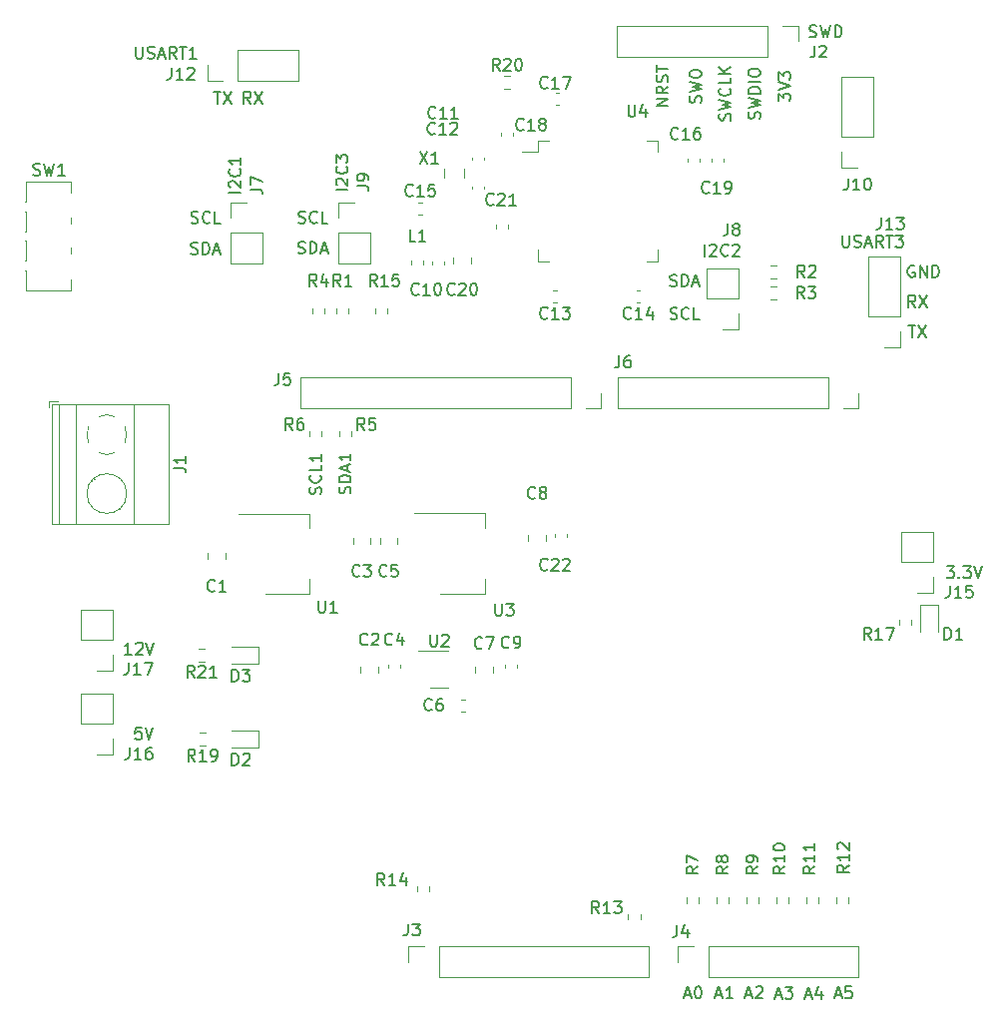
<source format=gbr>
%TF.GenerationSoftware,KiCad,Pcbnew,(6.0.9)*%
%TF.CreationDate,2025-06-16T13:19:02-07:00*%
%TF.ProjectId,STM32L4_breakout,53544d33-324c-4345-9f62-7265616b6f75,rev?*%
%TF.SameCoordinates,Original*%
%TF.FileFunction,Legend,Top*%
%TF.FilePolarity,Positive*%
%FSLAX46Y46*%
G04 Gerber Fmt 4.6, Leading zero omitted, Abs format (unit mm)*
G04 Created by KiCad (PCBNEW (6.0.9)) date 2025-06-16 13:19:02*
%MOMM*%
%LPD*%
G01*
G04 APERTURE LIST*
%ADD10C,0.150000*%
%ADD11C,0.120000*%
G04 APERTURE END LIST*
D10*
%TO.C,U2*%
X138758095Y-103666380D02*
X138758095Y-104475904D01*
X138805714Y-104571142D01*
X138853333Y-104618761D01*
X138948571Y-104666380D01*
X139139047Y-104666380D01*
X139234285Y-104618761D01*
X139281904Y-104571142D01*
X139329523Y-104475904D01*
X139329523Y-103666380D01*
X139758095Y-103761619D02*
X139805714Y-103714000D01*
X139900952Y-103666380D01*
X140139047Y-103666380D01*
X140234285Y-103714000D01*
X140281904Y-103761619D01*
X140329523Y-103856857D01*
X140329523Y-103952095D01*
X140281904Y-104094952D01*
X139710476Y-104666380D01*
X140329523Y-104666380D01*
%TO.C,R15*%
X134231142Y-74112380D02*
X133897809Y-73636190D01*
X133659714Y-74112380D02*
X133659714Y-73112380D01*
X134040666Y-73112380D01*
X134135904Y-73160000D01*
X134183523Y-73207619D01*
X134231142Y-73302857D01*
X134231142Y-73445714D01*
X134183523Y-73540952D01*
X134135904Y-73588571D01*
X134040666Y-73636190D01*
X133659714Y-73636190D01*
X135183523Y-74112380D02*
X134612095Y-74112380D01*
X134897809Y-74112380D02*
X134897809Y-73112380D01*
X134802571Y-73255238D01*
X134707333Y-73350476D01*
X134612095Y-73398095D01*
X136088285Y-73112380D02*
X135612095Y-73112380D01*
X135564476Y-73588571D01*
X135612095Y-73540952D01*
X135707333Y-73493333D01*
X135945428Y-73493333D01*
X136040666Y-73540952D01*
X136088285Y-73588571D01*
X136135904Y-73683809D01*
X136135904Y-73921904D01*
X136088285Y-74017142D01*
X136040666Y-74064761D01*
X135945428Y-74112380D01*
X135707333Y-74112380D01*
X135612095Y-74064761D01*
X135564476Y-74017142D01*
%TO.C,D2*%
X121943904Y-114752380D02*
X121943904Y-113752380D01*
X122182000Y-113752380D01*
X122324857Y-113800000D01*
X122420095Y-113895238D01*
X122467714Y-113990476D01*
X122515333Y-114180952D01*
X122515333Y-114323809D01*
X122467714Y-114514285D01*
X122420095Y-114609523D01*
X122324857Y-114704761D01*
X122182000Y-114752380D01*
X121943904Y-114752380D01*
X122896285Y-113847619D02*
X122943904Y-113800000D01*
X123039142Y-113752380D01*
X123277238Y-113752380D01*
X123372476Y-113800000D01*
X123420095Y-113847619D01*
X123467714Y-113942857D01*
X123467714Y-114038095D01*
X123420095Y-114180952D01*
X122848666Y-114752380D01*
X123467714Y-114752380D01*
%TO.C,R1*%
X131151333Y-74112380D02*
X130818000Y-73636190D01*
X130579904Y-74112380D02*
X130579904Y-73112380D01*
X130960857Y-73112380D01*
X131056095Y-73160000D01*
X131103714Y-73207619D01*
X131151333Y-73302857D01*
X131151333Y-73445714D01*
X131103714Y-73540952D01*
X131056095Y-73588571D01*
X130960857Y-73636190D01*
X130579904Y-73636190D01*
X132103714Y-74112380D02*
X131532285Y-74112380D01*
X131818000Y-74112380D02*
X131818000Y-73112380D01*
X131722761Y-73255238D01*
X131627523Y-73350476D01*
X131532285Y-73398095D01*
%TO.C,D1*%
X182395904Y-104084380D02*
X182395904Y-103084380D01*
X182634000Y-103084380D01*
X182776857Y-103132000D01*
X182872095Y-103227238D01*
X182919714Y-103322476D01*
X182967333Y-103512952D01*
X182967333Y-103655809D01*
X182919714Y-103846285D01*
X182872095Y-103941523D01*
X182776857Y-104036761D01*
X182634000Y-104084380D01*
X182395904Y-104084380D01*
X183919714Y-104084380D02*
X183348285Y-104084380D01*
X183634000Y-104084380D02*
X183634000Y-103084380D01*
X183538761Y-103227238D01*
X183443523Y-103322476D01*
X183348285Y-103370095D01*
%TO.C,J3*%
X136894666Y-128211380D02*
X136894666Y-128925666D01*
X136847047Y-129068523D01*
X136751809Y-129163761D01*
X136608952Y-129211380D01*
X136513714Y-129211380D01*
X137275619Y-128211380D02*
X137894666Y-128211380D01*
X137561333Y-128592333D01*
X137704190Y-128592333D01*
X137799428Y-128639952D01*
X137847047Y-128687571D01*
X137894666Y-128782809D01*
X137894666Y-129020904D01*
X137847047Y-129116142D01*
X137799428Y-129163761D01*
X137704190Y-129211380D01*
X137418476Y-129211380D01*
X137323238Y-129163761D01*
X137275619Y-129116142D01*
%TO.C,D3*%
X121943904Y-107640380D02*
X121943904Y-106640380D01*
X122182000Y-106640380D01*
X122324857Y-106688000D01*
X122420095Y-106783238D01*
X122467714Y-106878476D01*
X122515333Y-107068952D01*
X122515333Y-107211809D01*
X122467714Y-107402285D01*
X122420095Y-107497523D01*
X122324857Y-107592761D01*
X122182000Y-107640380D01*
X121943904Y-107640380D01*
X122848666Y-106640380D02*
X123467714Y-106640380D01*
X123134380Y-107021333D01*
X123277238Y-107021333D01*
X123372476Y-107068952D01*
X123420095Y-107116571D01*
X123467714Y-107211809D01*
X123467714Y-107449904D01*
X123420095Y-107545142D01*
X123372476Y-107592761D01*
X123277238Y-107640380D01*
X122991523Y-107640380D01*
X122896285Y-107592761D01*
X122848666Y-107545142D01*
%TO.C,C8*%
X147661333Y-92051142D02*
X147613714Y-92098761D01*
X147470857Y-92146380D01*
X147375619Y-92146380D01*
X147232761Y-92098761D01*
X147137523Y-92003523D01*
X147089904Y-91908285D01*
X147042285Y-91717809D01*
X147042285Y-91574952D01*
X147089904Y-91384476D01*
X147137523Y-91289238D01*
X147232761Y-91194000D01*
X147375619Y-91146380D01*
X147470857Y-91146380D01*
X147613714Y-91194000D01*
X147661333Y-91241619D01*
X148232761Y-91574952D02*
X148137523Y-91527333D01*
X148089904Y-91479714D01*
X148042285Y-91384476D01*
X148042285Y-91336857D01*
X148089904Y-91241619D01*
X148137523Y-91194000D01*
X148232761Y-91146380D01*
X148423238Y-91146380D01*
X148518476Y-91194000D01*
X148566095Y-91241619D01*
X148613714Y-91336857D01*
X148613714Y-91384476D01*
X148566095Y-91479714D01*
X148518476Y-91527333D01*
X148423238Y-91574952D01*
X148232761Y-91574952D01*
X148137523Y-91622571D01*
X148089904Y-91670190D01*
X148042285Y-91765428D01*
X148042285Y-91955904D01*
X148089904Y-92051142D01*
X148137523Y-92098761D01*
X148232761Y-92146380D01*
X148423238Y-92146380D01*
X148518476Y-92098761D01*
X148566095Y-92051142D01*
X148613714Y-91955904D01*
X148613714Y-91765428D01*
X148566095Y-91670190D01*
X148518476Y-91622571D01*
X148423238Y-91574952D01*
%TO.C,R3*%
X170471333Y-75150380D02*
X170138000Y-74674190D01*
X169899904Y-75150380D02*
X169899904Y-74150380D01*
X170280857Y-74150380D01*
X170376095Y-74198000D01*
X170423714Y-74245619D01*
X170471333Y-74340857D01*
X170471333Y-74483714D01*
X170423714Y-74578952D01*
X170376095Y-74626571D01*
X170280857Y-74674190D01*
X169899904Y-74674190D01*
X170804666Y-74150380D02*
X171423714Y-74150380D01*
X171090380Y-74531333D01*
X171233238Y-74531333D01*
X171328476Y-74578952D01*
X171376095Y-74626571D01*
X171423714Y-74721809D01*
X171423714Y-74959904D01*
X171376095Y-75055142D01*
X171328476Y-75102761D01*
X171233238Y-75150380D01*
X170947523Y-75150380D01*
X170852285Y-75102761D01*
X170804666Y-75055142D01*
%TO.C,C5*%
X135063333Y-98655142D02*
X135015714Y-98702761D01*
X134872857Y-98750380D01*
X134777619Y-98750380D01*
X134634761Y-98702761D01*
X134539523Y-98607523D01*
X134491904Y-98512285D01*
X134444285Y-98321809D01*
X134444285Y-98178952D01*
X134491904Y-97988476D01*
X134539523Y-97893238D01*
X134634761Y-97798000D01*
X134777619Y-97750380D01*
X134872857Y-97750380D01*
X135015714Y-97798000D01*
X135063333Y-97845619D01*
X135968095Y-97750380D02*
X135491904Y-97750380D01*
X135444285Y-98226571D01*
X135491904Y-98178952D01*
X135587142Y-98131333D01*
X135825238Y-98131333D01*
X135920476Y-98178952D01*
X135968095Y-98226571D01*
X136015714Y-98321809D01*
X136015714Y-98559904D01*
X135968095Y-98655142D01*
X135920476Y-98702761D01*
X135825238Y-98750380D01*
X135587142Y-98750380D01*
X135491904Y-98702761D01*
X135444285Y-98655142D01*
%TO.C,C14*%
X155795142Y-76801142D02*
X155747523Y-76848761D01*
X155604666Y-76896380D01*
X155509428Y-76896380D01*
X155366571Y-76848761D01*
X155271333Y-76753523D01*
X155223714Y-76658285D01*
X155176095Y-76467809D01*
X155176095Y-76324952D01*
X155223714Y-76134476D01*
X155271333Y-76039238D01*
X155366571Y-75944000D01*
X155509428Y-75896380D01*
X155604666Y-75896380D01*
X155747523Y-75944000D01*
X155795142Y-75991619D01*
X156747523Y-76896380D02*
X156176095Y-76896380D01*
X156461809Y-76896380D02*
X156461809Y-75896380D01*
X156366571Y-76039238D01*
X156271333Y-76134476D01*
X156176095Y-76182095D01*
X157604666Y-76229714D02*
X157604666Y-76896380D01*
X157366571Y-75848761D02*
X157128476Y-76563047D01*
X157747523Y-76563047D01*
%TO.C,R19*%
X118800142Y-114404380D02*
X118466809Y-113928190D01*
X118228714Y-114404380D02*
X118228714Y-113404380D01*
X118609666Y-113404380D01*
X118704904Y-113452000D01*
X118752523Y-113499619D01*
X118800142Y-113594857D01*
X118800142Y-113737714D01*
X118752523Y-113832952D01*
X118704904Y-113880571D01*
X118609666Y-113928190D01*
X118228714Y-113928190D01*
X119752523Y-114404380D02*
X119181095Y-114404380D01*
X119466809Y-114404380D02*
X119466809Y-113404380D01*
X119371571Y-113547238D01*
X119276333Y-113642476D01*
X119181095Y-113690095D01*
X120228714Y-114404380D02*
X120419190Y-114404380D01*
X120514428Y-114356761D01*
X120562047Y-114309142D01*
X120657285Y-114166285D01*
X120704904Y-113975809D01*
X120704904Y-113594857D01*
X120657285Y-113499619D01*
X120609666Y-113452000D01*
X120514428Y-113404380D01*
X120323952Y-113404380D01*
X120228714Y-113452000D01*
X120181095Y-113499619D01*
X120133476Y-113594857D01*
X120133476Y-113832952D01*
X120181095Y-113928190D01*
X120228714Y-113975809D01*
X120323952Y-114023428D01*
X120514428Y-114023428D01*
X120609666Y-113975809D01*
X120657285Y-113928190D01*
X120704904Y-113832952D01*
%TO.C,R17*%
X176141142Y-104084380D02*
X175807809Y-103608190D01*
X175569714Y-104084380D02*
X175569714Y-103084380D01*
X175950666Y-103084380D01*
X176045904Y-103132000D01*
X176093523Y-103179619D01*
X176141142Y-103274857D01*
X176141142Y-103417714D01*
X176093523Y-103512952D01*
X176045904Y-103560571D01*
X175950666Y-103608190D01*
X175569714Y-103608190D01*
X177093523Y-104084380D02*
X176522095Y-104084380D01*
X176807809Y-104084380D02*
X176807809Y-103084380D01*
X176712571Y-103227238D01*
X176617333Y-103322476D01*
X176522095Y-103370095D01*
X177426857Y-103084380D02*
X178093523Y-103084380D01*
X177664952Y-104084380D01*
%TO.C,C21*%
X144137142Y-67159142D02*
X144089523Y-67206761D01*
X143946666Y-67254380D01*
X143851428Y-67254380D01*
X143708571Y-67206761D01*
X143613333Y-67111523D01*
X143565714Y-67016285D01*
X143518095Y-66825809D01*
X143518095Y-66682952D01*
X143565714Y-66492476D01*
X143613333Y-66397238D01*
X143708571Y-66302000D01*
X143851428Y-66254380D01*
X143946666Y-66254380D01*
X144089523Y-66302000D01*
X144137142Y-66349619D01*
X144518095Y-66349619D02*
X144565714Y-66302000D01*
X144660952Y-66254380D01*
X144899047Y-66254380D01*
X144994285Y-66302000D01*
X145041904Y-66349619D01*
X145089523Y-66444857D01*
X145089523Y-66540095D01*
X145041904Y-66682952D01*
X144470476Y-67254380D01*
X145089523Y-67254380D01*
X146041904Y-67254380D02*
X145470476Y-67254380D01*
X145756190Y-67254380D02*
X145756190Y-66254380D01*
X145660952Y-66397238D01*
X145565714Y-66492476D01*
X145470476Y-66540095D01*
%TO.C,C11*%
X139205142Y-59793142D02*
X139157523Y-59840761D01*
X139014666Y-59888380D01*
X138919428Y-59888380D01*
X138776571Y-59840761D01*
X138681333Y-59745523D01*
X138633714Y-59650285D01*
X138586095Y-59459809D01*
X138586095Y-59316952D01*
X138633714Y-59126476D01*
X138681333Y-59031238D01*
X138776571Y-58936000D01*
X138919428Y-58888380D01*
X139014666Y-58888380D01*
X139157523Y-58936000D01*
X139205142Y-58983619D01*
X140157523Y-59888380D02*
X139586095Y-59888380D01*
X139871809Y-59888380D02*
X139871809Y-58888380D01*
X139776571Y-59031238D01*
X139681333Y-59126476D01*
X139586095Y-59174095D01*
X141109904Y-59888380D02*
X140538476Y-59888380D01*
X140824190Y-59888380D02*
X140824190Y-58888380D01*
X140728952Y-59031238D01*
X140633714Y-59126476D01*
X140538476Y-59174095D01*
%TO.C,J12*%
X116792476Y-55586380D02*
X116792476Y-56300666D01*
X116744857Y-56443523D01*
X116649619Y-56538761D01*
X116506761Y-56586380D01*
X116411523Y-56586380D01*
X117792476Y-56586380D02*
X117221047Y-56586380D01*
X117506761Y-56586380D02*
X117506761Y-55586380D01*
X117411523Y-55729238D01*
X117316285Y-55824476D01*
X117221047Y-55872095D01*
X118173428Y-55681619D02*
X118221047Y-55634000D01*
X118316285Y-55586380D01*
X118554380Y-55586380D01*
X118649619Y-55634000D01*
X118697238Y-55681619D01*
X118744857Y-55776857D01*
X118744857Y-55872095D01*
X118697238Y-56014952D01*
X118125809Y-56586380D01*
X118744857Y-56586380D01*
X113784380Y-53808380D02*
X113784380Y-54617904D01*
X113832000Y-54713142D01*
X113879619Y-54760761D01*
X113974857Y-54808380D01*
X114165333Y-54808380D01*
X114260571Y-54760761D01*
X114308190Y-54713142D01*
X114355809Y-54617904D01*
X114355809Y-53808380D01*
X114784380Y-54760761D02*
X114927238Y-54808380D01*
X115165333Y-54808380D01*
X115260571Y-54760761D01*
X115308190Y-54713142D01*
X115355809Y-54617904D01*
X115355809Y-54522666D01*
X115308190Y-54427428D01*
X115260571Y-54379809D01*
X115165333Y-54332190D01*
X114974857Y-54284571D01*
X114879619Y-54236952D01*
X114832000Y-54189333D01*
X114784380Y-54094095D01*
X114784380Y-53998857D01*
X114832000Y-53903619D01*
X114879619Y-53856000D01*
X114974857Y-53808380D01*
X115212952Y-53808380D01*
X115355809Y-53856000D01*
X115736761Y-54522666D02*
X116212952Y-54522666D01*
X115641523Y-54808380D02*
X115974857Y-53808380D01*
X116308190Y-54808380D01*
X117212952Y-54808380D02*
X116879619Y-54332190D01*
X116641523Y-54808380D02*
X116641523Y-53808380D01*
X117022476Y-53808380D01*
X117117714Y-53856000D01*
X117165333Y-53903619D01*
X117212952Y-53998857D01*
X117212952Y-54141714D01*
X117165333Y-54236952D01*
X117117714Y-54284571D01*
X117022476Y-54332190D01*
X116641523Y-54332190D01*
X117498666Y-53808380D02*
X118070095Y-53808380D01*
X117784380Y-54808380D02*
X117784380Y-53808380D01*
X118927238Y-54808380D02*
X118355809Y-54808380D01*
X118641523Y-54808380D02*
X118641523Y-53808380D01*
X118546285Y-53951238D01*
X118451047Y-54046476D01*
X118355809Y-54094095D01*
X123531333Y-58618380D02*
X123198000Y-58142190D01*
X122959904Y-58618380D02*
X122959904Y-57618380D01*
X123340857Y-57618380D01*
X123436095Y-57666000D01*
X123483714Y-57713619D01*
X123531333Y-57808857D01*
X123531333Y-57951714D01*
X123483714Y-58046952D01*
X123436095Y-58094571D01*
X123340857Y-58142190D01*
X122959904Y-58142190D01*
X123864666Y-57618380D02*
X124531333Y-58618380D01*
X124531333Y-57618380D02*
X123864666Y-58618380D01*
X120411095Y-57618380D02*
X120982523Y-57618380D01*
X120696809Y-58618380D02*
X120696809Y-57618380D01*
X121220619Y-57618380D02*
X121887285Y-58618380D01*
X121887285Y-57618380D02*
X121220619Y-58618380D01*
%TO.C,R7*%
X161488380Y-123356666D02*
X161012190Y-123690000D01*
X161488380Y-123928095D02*
X160488380Y-123928095D01*
X160488380Y-123547142D01*
X160536000Y-123451904D01*
X160583619Y-123404285D01*
X160678857Y-123356666D01*
X160821714Y-123356666D01*
X160916952Y-123404285D01*
X160964571Y-123451904D01*
X161012190Y-123547142D01*
X161012190Y-123928095D01*
X160488380Y-123023333D02*
X160488380Y-122356666D01*
X161488380Y-122785238D01*
%TO.C,R11*%
X171394380Y-123324857D02*
X170918190Y-123658190D01*
X171394380Y-123896285D02*
X170394380Y-123896285D01*
X170394380Y-123515333D01*
X170442000Y-123420095D01*
X170489619Y-123372476D01*
X170584857Y-123324857D01*
X170727714Y-123324857D01*
X170822952Y-123372476D01*
X170870571Y-123420095D01*
X170918190Y-123515333D01*
X170918190Y-123896285D01*
X171394380Y-122372476D02*
X171394380Y-122943904D01*
X171394380Y-122658190D02*
X170394380Y-122658190D01*
X170537238Y-122753428D01*
X170632476Y-122848666D01*
X170680095Y-122943904D01*
X171394380Y-121420095D02*
X171394380Y-121991523D01*
X171394380Y-121705809D02*
X170394380Y-121705809D01*
X170537238Y-121801047D01*
X170632476Y-121896285D01*
X170680095Y-121991523D01*
%TO.C,C17*%
X148709142Y-57253142D02*
X148661523Y-57300761D01*
X148518666Y-57348380D01*
X148423428Y-57348380D01*
X148280571Y-57300761D01*
X148185333Y-57205523D01*
X148137714Y-57110285D01*
X148090095Y-56919809D01*
X148090095Y-56776952D01*
X148137714Y-56586476D01*
X148185333Y-56491238D01*
X148280571Y-56396000D01*
X148423428Y-56348380D01*
X148518666Y-56348380D01*
X148661523Y-56396000D01*
X148709142Y-56443619D01*
X149661523Y-57348380D02*
X149090095Y-57348380D01*
X149375809Y-57348380D02*
X149375809Y-56348380D01*
X149280571Y-56491238D01*
X149185333Y-56586476D01*
X149090095Y-56634095D01*
X149994857Y-56348380D02*
X150661523Y-56348380D01*
X150232952Y-57348380D01*
%TO.C,J17*%
X113186476Y-106054380D02*
X113186476Y-106768666D01*
X113138857Y-106911523D01*
X113043619Y-107006761D01*
X112900761Y-107054380D01*
X112805523Y-107054380D01*
X114186476Y-107054380D02*
X113615047Y-107054380D01*
X113900761Y-107054380D02*
X113900761Y-106054380D01*
X113805523Y-106197238D01*
X113710285Y-106292476D01*
X113615047Y-106340095D01*
X114519809Y-106054380D02*
X115186476Y-106054380D01*
X114757904Y-107054380D01*
X113426952Y-105354380D02*
X112855523Y-105354380D01*
X113141238Y-105354380D02*
X113141238Y-104354380D01*
X113046000Y-104497238D01*
X112950761Y-104592476D01*
X112855523Y-104640095D01*
X113807904Y-104449619D02*
X113855523Y-104402000D01*
X113950761Y-104354380D01*
X114188857Y-104354380D01*
X114284095Y-104402000D01*
X114331714Y-104449619D01*
X114379333Y-104544857D01*
X114379333Y-104640095D01*
X114331714Y-104782952D01*
X113760285Y-105354380D01*
X114379333Y-105354380D01*
X114665047Y-104354380D02*
X114998380Y-105354380D01*
X115331714Y-104354380D01*
%TO.C,R2*%
X170521333Y-73350380D02*
X170188000Y-72874190D01*
X169949904Y-73350380D02*
X169949904Y-72350380D01*
X170330857Y-72350380D01*
X170426095Y-72398000D01*
X170473714Y-72445619D01*
X170521333Y-72540857D01*
X170521333Y-72683714D01*
X170473714Y-72778952D01*
X170426095Y-72826571D01*
X170330857Y-72874190D01*
X169949904Y-72874190D01*
X170902285Y-72445619D02*
X170949904Y-72398000D01*
X171045142Y-72350380D01*
X171283238Y-72350380D01*
X171378476Y-72398000D01*
X171426095Y-72445619D01*
X171473714Y-72540857D01*
X171473714Y-72636095D01*
X171426095Y-72778952D01*
X170854666Y-73350380D01*
X171473714Y-73350380D01*
%TO.C,R9*%
X166568380Y-123356666D02*
X166092190Y-123690000D01*
X166568380Y-123928095D02*
X165568380Y-123928095D01*
X165568380Y-123547142D01*
X165616000Y-123451904D01*
X165663619Y-123404285D01*
X165758857Y-123356666D01*
X165901714Y-123356666D01*
X165996952Y-123404285D01*
X166044571Y-123451904D01*
X166092190Y-123547142D01*
X166092190Y-123928095D01*
X166568380Y-122880476D02*
X166568380Y-122690000D01*
X166520761Y-122594761D01*
X166473142Y-122547142D01*
X166330285Y-122451904D01*
X166139809Y-122404285D01*
X165758857Y-122404285D01*
X165663619Y-122451904D01*
X165616000Y-122499523D01*
X165568380Y-122594761D01*
X165568380Y-122785238D01*
X165616000Y-122880476D01*
X165663619Y-122928095D01*
X165758857Y-122975714D01*
X165996952Y-122975714D01*
X166092190Y-122928095D01*
X166139809Y-122880476D01*
X166187428Y-122785238D01*
X166187428Y-122594761D01*
X166139809Y-122499523D01*
X166092190Y-122451904D01*
X165996952Y-122404285D01*
%TO.C,J1*%
X117035380Y-89542333D02*
X117749666Y-89542333D01*
X117892523Y-89589952D01*
X117987761Y-89685190D01*
X118035380Y-89828047D01*
X118035380Y-89923285D01*
X118035380Y-88542333D02*
X118035380Y-89113761D01*
X118035380Y-88828047D02*
X117035380Y-88828047D01*
X117178238Y-88923285D01*
X117273476Y-89018523D01*
X117321095Y-89113761D01*
%TO.C,R21*%
X118737142Y-107292380D02*
X118403809Y-106816190D01*
X118165714Y-107292380D02*
X118165714Y-106292380D01*
X118546666Y-106292380D01*
X118641904Y-106340000D01*
X118689523Y-106387619D01*
X118737142Y-106482857D01*
X118737142Y-106625714D01*
X118689523Y-106720952D01*
X118641904Y-106768571D01*
X118546666Y-106816190D01*
X118165714Y-106816190D01*
X119118095Y-106387619D02*
X119165714Y-106340000D01*
X119260952Y-106292380D01*
X119499047Y-106292380D01*
X119594285Y-106340000D01*
X119641904Y-106387619D01*
X119689523Y-106482857D01*
X119689523Y-106578095D01*
X119641904Y-106720952D01*
X119070476Y-107292380D01*
X119689523Y-107292380D01*
X120641904Y-107292380D02*
X120070476Y-107292380D01*
X120356190Y-107292380D02*
X120356190Y-106292380D01*
X120260952Y-106435238D01*
X120165714Y-106530476D01*
X120070476Y-106578095D01*
%TO.C,C10*%
X137787142Y-74779142D02*
X137739523Y-74826761D01*
X137596666Y-74874380D01*
X137501428Y-74874380D01*
X137358571Y-74826761D01*
X137263333Y-74731523D01*
X137215714Y-74636285D01*
X137168095Y-74445809D01*
X137168095Y-74302952D01*
X137215714Y-74112476D01*
X137263333Y-74017238D01*
X137358571Y-73922000D01*
X137501428Y-73874380D01*
X137596666Y-73874380D01*
X137739523Y-73922000D01*
X137787142Y-73969619D01*
X138739523Y-74874380D02*
X138168095Y-74874380D01*
X138453809Y-74874380D02*
X138453809Y-73874380D01*
X138358571Y-74017238D01*
X138263333Y-74112476D01*
X138168095Y-74160095D01*
X139358571Y-73874380D02*
X139453809Y-73874380D01*
X139549047Y-73922000D01*
X139596666Y-73969619D01*
X139644285Y-74064857D01*
X139691904Y-74255333D01*
X139691904Y-74493428D01*
X139644285Y-74683904D01*
X139596666Y-74779142D01*
X139549047Y-74826761D01*
X139453809Y-74874380D01*
X139358571Y-74874380D01*
X139263333Y-74826761D01*
X139215714Y-74779142D01*
X139168095Y-74683904D01*
X139120476Y-74493428D01*
X139120476Y-74255333D01*
X139168095Y-74064857D01*
X139215714Y-73969619D01*
X139263333Y-73922000D01*
X139358571Y-73874380D01*
%TO.C,C16*%
X159795142Y-61571142D02*
X159747523Y-61618761D01*
X159604666Y-61666380D01*
X159509428Y-61666380D01*
X159366571Y-61618761D01*
X159271333Y-61523523D01*
X159223714Y-61428285D01*
X159176095Y-61237809D01*
X159176095Y-61094952D01*
X159223714Y-60904476D01*
X159271333Y-60809238D01*
X159366571Y-60714000D01*
X159509428Y-60666380D01*
X159604666Y-60666380D01*
X159747523Y-60714000D01*
X159795142Y-60761619D01*
X160747523Y-61666380D02*
X160176095Y-61666380D01*
X160461809Y-61666380D02*
X160461809Y-60666380D01*
X160366571Y-60809238D01*
X160271333Y-60904476D01*
X160176095Y-60952095D01*
X161604666Y-60666380D02*
X161414190Y-60666380D01*
X161318952Y-60714000D01*
X161271333Y-60761619D01*
X161176095Y-60904476D01*
X161128476Y-61094952D01*
X161128476Y-61475904D01*
X161176095Y-61571142D01*
X161223714Y-61618761D01*
X161318952Y-61666380D01*
X161509428Y-61666380D01*
X161604666Y-61618761D01*
X161652285Y-61571142D01*
X161699904Y-61475904D01*
X161699904Y-61237809D01*
X161652285Y-61142571D01*
X161604666Y-61094952D01*
X161509428Y-61047333D01*
X161318952Y-61047333D01*
X161223714Y-61094952D01*
X161176095Y-61142571D01*
X161128476Y-61237809D01*
%TO.C,R4*%
X129119333Y-74112380D02*
X128786000Y-73636190D01*
X128547904Y-74112380D02*
X128547904Y-73112380D01*
X128928857Y-73112380D01*
X129024095Y-73160000D01*
X129071714Y-73207619D01*
X129119333Y-73302857D01*
X129119333Y-73445714D01*
X129071714Y-73540952D01*
X129024095Y-73588571D01*
X128928857Y-73636190D01*
X128547904Y-73636190D01*
X129976476Y-73445714D02*
X129976476Y-74112380D01*
X129738380Y-73064761D02*
X129500285Y-73779047D01*
X130119333Y-73779047D01*
%TO.C,C2*%
X133437333Y-104471142D02*
X133389714Y-104518761D01*
X133246857Y-104566380D01*
X133151619Y-104566380D01*
X133008761Y-104518761D01*
X132913523Y-104423523D01*
X132865904Y-104328285D01*
X132818285Y-104137809D01*
X132818285Y-103994952D01*
X132865904Y-103804476D01*
X132913523Y-103709238D01*
X133008761Y-103614000D01*
X133151619Y-103566380D01*
X133246857Y-103566380D01*
X133389714Y-103614000D01*
X133437333Y-103661619D01*
X133818285Y-103661619D02*
X133865904Y-103614000D01*
X133961142Y-103566380D01*
X134199238Y-103566380D01*
X134294476Y-103614000D01*
X134342095Y-103661619D01*
X134389714Y-103756857D01*
X134389714Y-103852095D01*
X134342095Y-103994952D01*
X133770666Y-104566380D01*
X134389714Y-104566380D01*
%TO.C,R14*%
X134883142Y-124924380D02*
X134549809Y-124448190D01*
X134311714Y-124924380D02*
X134311714Y-123924380D01*
X134692666Y-123924380D01*
X134787904Y-123972000D01*
X134835523Y-124019619D01*
X134883142Y-124114857D01*
X134883142Y-124257714D01*
X134835523Y-124352952D01*
X134787904Y-124400571D01*
X134692666Y-124448190D01*
X134311714Y-124448190D01*
X135835523Y-124924380D02*
X135264095Y-124924380D01*
X135549809Y-124924380D02*
X135549809Y-123924380D01*
X135454571Y-124067238D01*
X135359333Y-124162476D01*
X135264095Y-124210095D01*
X136692666Y-124257714D02*
X136692666Y-124924380D01*
X136454571Y-123876761D02*
X136216476Y-124591047D01*
X136835523Y-124591047D01*
%TO.C,J16*%
X113236476Y-113249380D02*
X113236476Y-113963666D01*
X113188857Y-114106523D01*
X113093619Y-114201761D01*
X112950761Y-114249380D01*
X112855523Y-114249380D01*
X114236476Y-114249380D02*
X113665047Y-114249380D01*
X113950761Y-114249380D02*
X113950761Y-113249380D01*
X113855523Y-113392238D01*
X113760285Y-113487476D01*
X113665047Y-113535095D01*
X115093619Y-113249380D02*
X114903142Y-113249380D01*
X114807904Y-113297000D01*
X114760285Y-113344619D01*
X114665047Y-113487476D01*
X114617428Y-113677952D01*
X114617428Y-114058904D01*
X114665047Y-114154142D01*
X114712666Y-114201761D01*
X114807904Y-114249380D01*
X114998380Y-114249380D01*
X115093619Y-114201761D01*
X115141238Y-114154142D01*
X115188857Y-114058904D01*
X115188857Y-113820809D01*
X115141238Y-113725571D01*
X115093619Y-113677952D01*
X114998380Y-113630333D01*
X114807904Y-113630333D01*
X114712666Y-113677952D01*
X114665047Y-113725571D01*
X114617428Y-113820809D01*
X114255523Y-111549380D02*
X113779333Y-111549380D01*
X113731714Y-112025571D01*
X113779333Y-111977952D01*
X113874571Y-111930333D01*
X114112666Y-111930333D01*
X114207904Y-111977952D01*
X114255523Y-112025571D01*
X114303142Y-112120809D01*
X114303142Y-112358904D01*
X114255523Y-112454142D01*
X114207904Y-112501761D01*
X114112666Y-112549380D01*
X113874571Y-112549380D01*
X113779333Y-112501761D01*
X113731714Y-112454142D01*
X114588857Y-111549380D02*
X114922190Y-112549380D01*
X115255523Y-111549380D01*
%TO.C,C1*%
X120483333Y-99925142D02*
X120435714Y-99972761D01*
X120292857Y-100020380D01*
X120197619Y-100020380D01*
X120054761Y-99972761D01*
X119959523Y-99877523D01*
X119911904Y-99782285D01*
X119864285Y-99591809D01*
X119864285Y-99448952D01*
X119911904Y-99258476D01*
X119959523Y-99163238D01*
X120054761Y-99068000D01*
X120197619Y-99020380D01*
X120292857Y-99020380D01*
X120435714Y-99068000D01*
X120483333Y-99115619D01*
X121435714Y-100020380D02*
X120864285Y-100020380D01*
X121150000Y-100020380D02*
X121150000Y-99020380D01*
X121054761Y-99163238D01*
X120959523Y-99258476D01*
X120864285Y-99306095D01*
%TO.C,C4*%
X135543333Y-104467142D02*
X135495714Y-104514761D01*
X135352857Y-104562380D01*
X135257619Y-104562380D01*
X135114761Y-104514761D01*
X135019523Y-104419523D01*
X134971904Y-104324285D01*
X134924285Y-104133809D01*
X134924285Y-103990952D01*
X134971904Y-103800476D01*
X135019523Y-103705238D01*
X135114761Y-103610000D01*
X135257619Y-103562380D01*
X135352857Y-103562380D01*
X135495714Y-103610000D01*
X135543333Y-103657619D01*
X136400476Y-103895714D02*
X136400476Y-104562380D01*
X136162380Y-103514761D02*
X135924285Y-104229047D01*
X136543333Y-104229047D01*
%TO.C,C9*%
X145449333Y-104717142D02*
X145401714Y-104764761D01*
X145258857Y-104812380D01*
X145163619Y-104812380D01*
X145020761Y-104764761D01*
X144925523Y-104669523D01*
X144877904Y-104574285D01*
X144830285Y-104383809D01*
X144830285Y-104240952D01*
X144877904Y-104050476D01*
X144925523Y-103955238D01*
X145020761Y-103860000D01*
X145163619Y-103812380D01*
X145258857Y-103812380D01*
X145401714Y-103860000D01*
X145449333Y-103907619D01*
X145925523Y-104812380D02*
X146116000Y-104812380D01*
X146211238Y-104764761D01*
X146258857Y-104717142D01*
X146354095Y-104574285D01*
X146401714Y-104383809D01*
X146401714Y-104002857D01*
X146354095Y-103907619D01*
X146306476Y-103860000D01*
X146211238Y-103812380D01*
X146020761Y-103812380D01*
X145925523Y-103860000D01*
X145877904Y-103907619D01*
X145830285Y-104002857D01*
X145830285Y-104240952D01*
X145877904Y-104336190D01*
X145925523Y-104383809D01*
X146020761Y-104431428D01*
X146211238Y-104431428D01*
X146306476Y-104383809D01*
X146354095Y-104336190D01*
X146401714Y-104240952D01*
%TO.C,R13*%
X153085142Y-127311380D02*
X152751809Y-126835190D01*
X152513714Y-127311380D02*
X152513714Y-126311380D01*
X152894666Y-126311380D01*
X152989904Y-126359000D01*
X153037523Y-126406619D01*
X153085142Y-126501857D01*
X153085142Y-126644714D01*
X153037523Y-126739952D01*
X152989904Y-126787571D01*
X152894666Y-126835190D01*
X152513714Y-126835190D01*
X154037523Y-127311380D02*
X153466095Y-127311380D01*
X153751809Y-127311380D02*
X153751809Y-126311380D01*
X153656571Y-126454238D01*
X153561333Y-126549476D01*
X153466095Y-126597095D01*
X154370857Y-126311380D02*
X154989904Y-126311380D01*
X154656571Y-126692333D01*
X154799428Y-126692333D01*
X154894666Y-126739952D01*
X154942285Y-126787571D01*
X154989904Y-126882809D01*
X154989904Y-127120904D01*
X154942285Y-127216142D01*
X154894666Y-127263761D01*
X154799428Y-127311380D01*
X154513714Y-127311380D01*
X154418476Y-127263761D01*
X154370857Y-127216142D01*
%TO.C,C6*%
X138885333Y-110019142D02*
X138837714Y-110066761D01*
X138694857Y-110114380D01*
X138599619Y-110114380D01*
X138456761Y-110066761D01*
X138361523Y-109971523D01*
X138313904Y-109876285D01*
X138266285Y-109685809D01*
X138266285Y-109542952D01*
X138313904Y-109352476D01*
X138361523Y-109257238D01*
X138456761Y-109162000D01*
X138599619Y-109114380D01*
X138694857Y-109114380D01*
X138837714Y-109162000D01*
X138885333Y-109209619D01*
X139742476Y-109114380D02*
X139552000Y-109114380D01*
X139456761Y-109162000D01*
X139409142Y-109209619D01*
X139313904Y-109352476D01*
X139266285Y-109542952D01*
X139266285Y-109923904D01*
X139313904Y-110019142D01*
X139361523Y-110066761D01*
X139456761Y-110114380D01*
X139647238Y-110114380D01*
X139742476Y-110066761D01*
X139790095Y-110019142D01*
X139837714Y-109923904D01*
X139837714Y-109685809D01*
X139790095Y-109590571D01*
X139742476Y-109542952D01*
X139647238Y-109495333D01*
X139456761Y-109495333D01*
X139361523Y-109542952D01*
X139313904Y-109590571D01*
X139266285Y-109685809D01*
%TO.C,C12*%
X139155142Y-61143142D02*
X139107523Y-61190761D01*
X138964666Y-61238380D01*
X138869428Y-61238380D01*
X138726571Y-61190761D01*
X138631333Y-61095523D01*
X138583714Y-61000285D01*
X138536095Y-60809809D01*
X138536095Y-60666952D01*
X138583714Y-60476476D01*
X138631333Y-60381238D01*
X138726571Y-60286000D01*
X138869428Y-60238380D01*
X138964666Y-60238380D01*
X139107523Y-60286000D01*
X139155142Y-60333619D01*
X140107523Y-61238380D02*
X139536095Y-61238380D01*
X139821809Y-61238380D02*
X139821809Y-60238380D01*
X139726571Y-60381238D01*
X139631333Y-60476476D01*
X139536095Y-60524095D01*
X140488476Y-60333619D02*
X140536095Y-60286000D01*
X140631333Y-60238380D01*
X140869428Y-60238380D01*
X140964666Y-60286000D01*
X141012285Y-60333619D01*
X141059904Y-60428857D01*
X141059904Y-60524095D01*
X141012285Y-60666952D01*
X140440857Y-61238380D01*
X141059904Y-61238380D01*
%TO.C,C3*%
X132777333Y-98655142D02*
X132729714Y-98702761D01*
X132586857Y-98750380D01*
X132491619Y-98750380D01*
X132348761Y-98702761D01*
X132253523Y-98607523D01*
X132205904Y-98512285D01*
X132158285Y-98321809D01*
X132158285Y-98178952D01*
X132205904Y-97988476D01*
X132253523Y-97893238D01*
X132348761Y-97798000D01*
X132491619Y-97750380D01*
X132586857Y-97750380D01*
X132729714Y-97798000D01*
X132777333Y-97845619D01*
X133110666Y-97750380D02*
X133729714Y-97750380D01*
X133396380Y-98131333D01*
X133539238Y-98131333D01*
X133634476Y-98178952D01*
X133682095Y-98226571D01*
X133729714Y-98321809D01*
X133729714Y-98559904D01*
X133682095Y-98655142D01*
X133634476Y-98702761D01*
X133539238Y-98750380D01*
X133253523Y-98750380D01*
X133158285Y-98702761D01*
X133110666Y-98655142D01*
%TO.C,J8*%
X164004666Y-68799380D02*
X164004666Y-69513666D01*
X163957047Y-69656523D01*
X163861809Y-69751761D01*
X163718952Y-69799380D01*
X163623714Y-69799380D01*
X164623714Y-69227952D02*
X164528476Y-69180333D01*
X164480857Y-69132714D01*
X164433238Y-69037476D01*
X164433238Y-68989857D01*
X164480857Y-68894619D01*
X164528476Y-68847000D01*
X164623714Y-68799380D01*
X164814190Y-68799380D01*
X164909428Y-68847000D01*
X164957047Y-68894619D01*
X165004666Y-68989857D01*
X165004666Y-69037476D01*
X164957047Y-69132714D01*
X164909428Y-69180333D01*
X164814190Y-69227952D01*
X164623714Y-69227952D01*
X164528476Y-69275571D01*
X164480857Y-69323190D01*
X164433238Y-69418428D01*
X164433238Y-69608904D01*
X164480857Y-69704142D01*
X164528476Y-69751761D01*
X164623714Y-69799380D01*
X164814190Y-69799380D01*
X164909428Y-69751761D01*
X164957047Y-69704142D01*
X165004666Y-69608904D01*
X165004666Y-69418428D01*
X164957047Y-69323190D01*
X164909428Y-69275571D01*
X164814190Y-69227952D01*
X162048619Y-71561380D02*
X162048619Y-70561380D01*
X162477190Y-70656619D02*
X162524809Y-70609000D01*
X162620047Y-70561380D01*
X162858142Y-70561380D01*
X162953380Y-70609000D01*
X163001000Y-70656619D01*
X163048619Y-70751857D01*
X163048619Y-70847095D01*
X163001000Y-70989952D01*
X162429571Y-71561380D01*
X163048619Y-71561380D01*
X164048619Y-71466142D02*
X164001000Y-71513761D01*
X163858142Y-71561380D01*
X163762904Y-71561380D01*
X163620047Y-71513761D01*
X163524809Y-71418523D01*
X163477190Y-71323285D01*
X163429571Y-71132809D01*
X163429571Y-70989952D01*
X163477190Y-70799476D01*
X163524809Y-70704238D01*
X163620047Y-70609000D01*
X163762904Y-70561380D01*
X163858142Y-70561380D01*
X164001000Y-70609000D01*
X164048619Y-70656619D01*
X164429571Y-70656619D02*
X164477190Y-70609000D01*
X164572428Y-70561380D01*
X164810523Y-70561380D01*
X164905761Y-70609000D01*
X164953380Y-70656619D01*
X165001000Y-70751857D01*
X165001000Y-70847095D01*
X164953380Y-70989952D01*
X164381952Y-71561380D01*
X165001000Y-71561380D01*
X159111714Y-74073761D02*
X159254571Y-74121380D01*
X159492666Y-74121380D01*
X159587904Y-74073761D01*
X159635523Y-74026142D01*
X159683142Y-73930904D01*
X159683142Y-73835666D01*
X159635523Y-73740428D01*
X159587904Y-73692809D01*
X159492666Y-73645190D01*
X159302190Y-73597571D01*
X159206952Y-73549952D01*
X159159333Y-73502333D01*
X159111714Y-73407095D01*
X159111714Y-73311857D01*
X159159333Y-73216619D01*
X159206952Y-73169000D01*
X159302190Y-73121380D01*
X159540285Y-73121380D01*
X159683142Y-73169000D01*
X160111714Y-74121380D02*
X160111714Y-73121380D01*
X160349809Y-73121380D01*
X160492666Y-73169000D01*
X160587904Y-73264238D01*
X160635523Y-73359476D01*
X160683142Y-73549952D01*
X160683142Y-73692809D01*
X160635523Y-73883285D01*
X160587904Y-73978523D01*
X160492666Y-74073761D01*
X160349809Y-74121380D01*
X160111714Y-74121380D01*
X161064095Y-73835666D02*
X161540285Y-73835666D01*
X160968857Y-74121380D02*
X161302190Y-73121380D01*
X161635523Y-74121380D01*
X159135523Y-76863761D02*
X159278380Y-76911380D01*
X159516476Y-76911380D01*
X159611714Y-76863761D01*
X159659333Y-76816142D01*
X159706952Y-76720904D01*
X159706952Y-76625666D01*
X159659333Y-76530428D01*
X159611714Y-76482809D01*
X159516476Y-76435190D01*
X159326000Y-76387571D01*
X159230761Y-76339952D01*
X159183142Y-76292333D01*
X159135523Y-76197095D01*
X159135523Y-76101857D01*
X159183142Y-76006619D01*
X159230761Y-75959000D01*
X159326000Y-75911380D01*
X159564095Y-75911380D01*
X159706952Y-75959000D01*
X160706952Y-76816142D02*
X160659333Y-76863761D01*
X160516476Y-76911380D01*
X160421238Y-76911380D01*
X160278380Y-76863761D01*
X160183142Y-76768523D01*
X160135523Y-76673285D01*
X160087904Y-76482809D01*
X160087904Y-76339952D01*
X160135523Y-76149476D01*
X160183142Y-76054238D01*
X160278380Y-75959000D01*
X160421238Y-75911380D01*
X160516476Y-75911380D01*
X160659333Y-75959000D01*
X160706952Y-76006619D01*
X161611714Y-76911380D02*
X161135523Y-76911380D01*
X161135523Y-75911380D01*
%TO.C,R20*%
X144645142Y-55824380D02*
X144311809Y-55348190D01*
X144073714Y-55824380D02*
X144073714Y-54824380D01*
X144454666Y-54824380D01*
X144549904Y-54872000D01*
X144597523Y-54919619D01*
X144645142Y-55014857D01*
X144645142Y-55157714D01*
X144597523Y-55252952D01*
X144549904Y-55300571D01*
X144454666Y-55348190D01*
X144073714Y-55348190D01*
X145026095Y-54919619D02*
X145073714Y-54872000D01*
X145168952Y-54824380D01*
X145407047Y-54824380D01*
X145502285Y-54872000D01*
X145549904Y-54919619D01*
X145597523Y-55014857D01*
X145597523Y-55110095D01*
X145549904Y-55252952D01*
X144978476Y-55824380D01*
X145597523Y-55824380D01*
X146216571Y-54824380D02*
X146311809Y-54824380D01*
X146407047Y-54872000D01*
X146454666Y-54919619D01*
X146502285Y-55014857D01*
X146549904Y-55205333D01*
X146549904Y-55443428D01*
X146502285Y-55633904D01*
X146454666Y-55729142D01*
X146407047Y-55776761D01*
X146311809Y-55824380D01*
X146216571Y-55824380D01*
X146121333Y-55776761D01*
X146073714Y-55729142D01*
X146026095Y-55633904D01*
X145978476Y-55443428D01*
X145978476Y-55205333D01*
X146026095Y-55014857D01*
X146073714Y-54919619D01*
X146121333Y-54872000D01*
X146216571Y-54824380D01*
%TO.C,L1*%
X137501333Y-70302380D02*
X137025142Y-70302380D01*
X137025142Y-69302380D01*
X138358476Y-70302380D02*
X137787047Y-70302380D01*
X138072761Y-70302380D02*
X138072761Y-69302380D01*
X137977523Y-69445238D01*
X137882285Y-69540476D01*
X137787047Y-69588095D01*
%TO.C,X1*%
X137874476Y-62698380D02*
X138541142Y-63698380D01*
X138541142Y-62698380D02*
X137874476Y-63698380D01*
X139445904Y-63698380D02*
X138874476Y-63698380D01*
X139160190Y-63698380D02*
X139160190Y-62698380D01*
X139064952Y-62841238D01*
X138969714Y-62936476D01*
X138874476Y-62984095D01*
%TO.C,J2*%
X171372666Y-53692380D02*
X171372666Y-54406666D01*
X171325047Y-54549523D01*
X171229809Y-54644761D01*
X171086952Y-54692380D01*
X170991714Y-54692380D01*
X171801238Y-53787619D02*
X171848857Y-53740000D01*
X171944095Y-53692380D01*
X172182190Y-53692380D01*
X172277428Y-53740000D01*
X172325047Y-53787619D01*
X172372666Y-53882857D01*
X172372666Y-53978095D01*
X172325047Y-54120952D01*
X171753619Y-54692380D01*
X172372666Y-54692380D01*
X170948857Y-52944761D02*
X171091714Y-52992380D01*
X171329809Y-52992380D01*
X171425047Y-52944761D01*
X171472666Y-52897142D01*
X171520285Y-52801904D01*
X171520285Y-52706666D01*
X171472666Y-52611428D01*
X171425047Y-52563809D01*
X171329809Y-52516190D01*
X171139333Y-52468571D01*
X171044095Y-52420952D01*
X170996476Y-52373333D01*
X170948857Y-52278095D01*
X170948857Y-52182857D01*
X170996476Y-52087619D01*
X171044095Y-52040000D01*
X171139333Y-51992380D01*
X171377428Y-51992380D01*
X171520285Y-52040000D01*
X171853619Y-51992380D02*
X172091714Y-52992380D01*
X172282190Y-52278095D01*
X172472666Y-52992380D01*
X172710761Y-51992380D01*
X173091714Y-52992380D02*
X173091714Y-51992380D01*
X173329809Y-51992380D01*
X173472666Y-52040000D01*
X173567904Y-52135238D01*
X173615523Y-52230476D01*
X173663142Y-52420952D01*
X173663142Y-52563809D01*
X173615523Y-52754285D01*
X173567904Y-52849523D01*
X173472666Y-52944761D01*
X173329809Y-52992380D01*
X173091714Y-52992380D01*
X161710761Y-58530952D02*
X161758380Y-58388095D01*
X161758380Y-58150000D01*
X161710761Y-58054761D01*
X161663142Y-58007142D01*
X161567904Y-57959523D01*
X161472666Y-57959523D01*
X161377428Y-58007142D01*
X161329809Y-58054761D01*
X161282190Y-58150000D01*
X161234571Y-58340476D01*
X161186952Y-58435714D01*
X161139333Y-58483333D01*
X161044095Y-58530952D01*
X160948857Y-58530952D01*
X160853619Y-58483333D01*
X160806000Y-58435714D01*
X160758380Y-58340476D01*
X160758380Y-58102380D01*
X160806000Y-57959523D01*
X160758380Y-57626190D02*
X161758380Y-57388095D01*
X161044095Y-57197619D01*
X161758380Y-57007142D01*
X160758380Y-56769047D01*
X160758380Y-56197619D02*
X160758380Y-56007142D01*
X160806000Y-55911904D01*
X160901238Y-55816666D01*
X161091714Y-55769047D01*
X161425047Y-55769047D01*
X161615523Y-55816666D01*
X161710761Y-55911904D01*
X161758380Y-56007142D01*
X161758380Y-56197619D01*
X161710761Y-56292857D01*
X161615523Y-56388095D01*
X161425047Y-56435714D01*
X161091714Y-56435714D01*
X160901238Y-56388095D01*
X160806000Y-56292857D01*
X160758380Y-56197619D01*
X158948380Y-58792857D02*
X157948380Y-58792857D01*
X158948380Y-58221428D01*
X157948380Y-58221428D01*
X158948380Y-57173809D02*
X158472190Y-57507142D01*
X158948380Y-57745238D02*
X157948380Y-57745238D01*
X157948380Y-57364285D01*
X157996000Y-57269047D01*
X158043619Y-57221428D01*
X158138857Y-57173809D01*
X158281714Y-57173809D01*
X158376952Y-57221428D01*
X158424571Y-57269047D01*
X158472190Y-57364285D01*
X158472190Y-57745238D01*
X158900761Y-56792857D02*
X158948380Y-56650000D01*
X158948380Y-56411904D01*
X158900761Y-56316666D01*
X158853142Y-56269047D01*
X158757904Y-56221428D01*
X158662666Y-56221428D01*
X158567428Y-56269047D01*
X158519809Y-56316666D01*
X158472190Y-56411904D01*
X158424571Y-56602380D01*
X158376952Y-56697619D01*
X158329333Y-56745238D01*
X158234095Y-56792857D01*
X158138857Y-56792857D01*
X158043619Y-56745238D01*
X157996000Y-56697619D01*
X157948380Y-56602380D01*
X157948380Y-56364285D01*
X157996000Y-56221428D01*
X157948380Y-55935714D02*
X157948380Y-55364285D01*
X158948380Y-55650000D02*
X157948380Y-55650000D01*
X166710761Y-59904047D02*
X166758380Y-59761190D01*
X166758380Y-59523095D01*
X166710761Y-59427857D01*
X166663142Y-59380238D01*
X166567904Y-59332619D01*
X166472666Y-59332619D01*
X166377428Y-59380238D01*
X166329809Y-59427857D01*
X166282190Y-59523095D01*
X166234571Y-59713571D01*
X166186952Y-59808809D01*
X166139333Y-59856428D01*
X166044095Y-59904047D01*
X165948857Y-59904047D01*
X165853619Y-59856428D01*
X165806000Y-59808809D01*
X165758380Y-59713571D01*
X165758380Y-59475476D01*
X165806000Y-59332619D01*
X165758380Y-58999285D02*
X166758380Y-58761190D01*
X166044095Y-58570714D01*
X166758380Y-58380238D01*
X165758380Y-58142142D01*
X166758380Y-57761190D02*
X165758380Y-57761190D01*
X165758380Y-57523095D01*
X165806000Y-57380238D01*
X165901238Y-57285000D01*
X165996476Y-57237380D01*
X166186952Y-57189761D01*
X166329809Y-57189761D01*
X166520285Y-57237380D01*
X166615523Y-57285000D01*
X166710761Y-57380238D01*
X166758380Y-57523095D01*
X166758380Y-57761190D01*
X166758380Y-56761190D02*
X165758380Y-56761190D01*
X165758380Y-56094523D02*
X165758380Y-55904047D01*
X165806000Y-55808809D01*
X165901238Y-55713571D01*
X166091714Y-55665952D01*
X166425047Y-55665952D01*
X166615523Y-55713571D01*
X166710761Y-55808809D01*
X166758380Y-55904047D01*
X166758380Y-56094523D01*
X166710761Y-56189761D01*
X166615523Y-56285000D01*
X166425047Y-56332619D01*
X166091714Y-56332619D01*
X165901238Y-56285000D01*
X165806000Y-56189761D01*
X165758380Y-56094523D01*
X164210761Y-60046904D02*
X164258380Y-59904047D01*
X164258380Y-59665952D01*
X164210761Y-59570714D01*
X164163142Y-59523095D01*
X164067904Y-59475476D01*
X163972666Y-59475476D01*
X163877428Y-59523095D01*
X163829809Y-59570714D01*
X163782190Y-59665952D01*
X163734571Y-59856428D01*
X163686952Y-59951666D01*
X163639333Y-59999285D01*
X163544095Y-60046904D01*
X163448857Y-60046904D01*
X163353619Y-59999285D01*
X163306000Y-59951666D01*
X163258380Y-59856428D01*
X163258380Y-59618333D01*
X163306000Y-59475476D01*
X163258380Y-59142142D02*
X164258380Y-58904047D01*
X163544095Y-58713571D01*
X164258380Y-58523095D01*
X163258380Y-58285000D01*
X164163142Y-57332619D02*
X164210761Y-57380238D01*
X164258380Y-57523095D01*
X164258380Y-57618333D01*
X164210761Y-57761190D01*
X164115523Y-57856428D01*
X164020285Y-57904047D01*
X163829809Y-57951666D01*
X163686952Y-57951666D01*
X163496476Y-57904047D01*
X163401238Y-57856428D01*
X163306000Y-57761190D01*
X163258380Y-57618333D01*
X163258380Y-57523095D01*
X163306000Y-57380238D01*
X163353619Y-57332619D01*
X164258380Y-56427857D02*
X164258380Y-56904047D01*
X163258380Y-56904047D01*
X164258380Y-56094523D02*
X163258380Y-56094523D01*
X164258380Y-55523095D02*
X163686952Y-55951666D01*
X163258380Y-55523095D02*
X163829809Y-56094523D01*
X168308380Y-58388095D02*
X168308380Y-57769047D01*
X168689333Y-58102380D01*
X168689333Y-57959523D01*
X168736952Y-57864285D01*
X168784571Y-57816666D01*
X168879809Y-57769047D01*
X169117904Y-57769047D01*
X169213142Y-57816666D01*
X169260761Y-57864285D01*
X169308380Y-57959523D01*
X169308380Y-58245238D01*
X169260761Y-58340476D01*
X169213142Y-58388095D01*
X168308380Y-57483333D02*
X169308380Y-57150000D01*
X168308380Y-56816666D01*
X168308380Y-56578571D02*
X168308380Y-55959523D01*
X168689333Y-56292857D01*
X168689333Y-56150000D01*
X168736952Y-56054761D01*
X168784571Y-56007142D01*
X168879809Y-55959523D01*
X169117904Y-55959523D01*
X169213142Y-56007142D01*
X169260761Y-56054761D01*
X169308380Y-56150000D01*
X169308380Y-56435714D01*
X169260761Y-56530952D01*
X169213142Y-56578571D01*
%TO.C,SW1*%
X105092666Y-64666761D02*
X105235523Y-64714380D01*
X105473619Y-64714380D01*
X105568857Y-64666761D01*
X105616476Y-64619142D01*
X105664095Y-64523904D01*
X105664095Y-64428666D01*
X105616476Y-64333428D01*
X105568857Y-64285809D01*
X105473619Y-64238190D01*
X105283142Y-64190571D01*
X105187904Y-64142952D01*
X105140285Y-64095333D01*
X105092666Y-64000095D01*
X105092666Y-63904857D01*
X105140285Y-63809619D01*
X105187904Y-63762000D01*
X105283142Y-63714380D01*
X105521238Y-63714380D01*
X105664095Y-63762000D01*
X105997428Y-63714380D02*
X106235523Y-64714380D01*
X106426000Y-64000095D01*
X106616476Y-64714380D01*
X106854571Y-63714380D01*
X107759333Y-64714380D02*
X107187904Y-64714380D01*
X107473619Y-64714380D02*
X107473619Y-63714380D01*
X107378380Y-63857238D01*
X107283142Y-63952476D01*
X107187904Y-64000095D01*
%TO.C,C19*%
X162425142Y-66143142D02*
X162377523Y-66190761D01*
X162234666Y-66238380D01*
X162139428Y-66238380D01*
X161996571Y-66190761D01*
X161901333Y-66095523D01*
X161853714Y-66000285D01*
X161806095Y-65809809D01*
X161806095Y-65666952D01*
X161853714Y-65476476D01*
X161901333Y-65381238D01*
X161996571Y-65286000D01*
X162139428Y-65238380D01*
X162234666Y-65238380D01*
X162377523Y-65286000D01*
X162425142Y-65333619D01*
X163377523Y-66238380D02*
X162806095Y-66238380D01*
X163091809Y-66238380D02*
X163091809Y-65238380D01*
X162996571Y-65381238D01*
X162901333Y-65476476D01*
X162806095Y-65524095D01*
X163853714Y-66238380D02*
X164044190Y-66238380D01*
X164139428Y-66190761D01*
X164187047Y-66143142D01*
X164282285Y-66000285D01*
X164329904Y-65809809D01*
X164329904Y-65428857D01*
X164282285Y-65333619D01*
X164234666Y-65286000D01*
X164139428Y-65238380D01*
X163948952Y-65238380D01*
X163853714Y-65286000D01*
X163806095Y-65333619D01*
X163758476Y-65428857D01*
X163758476Y-65666952D01*
X163806095Y-65762190D01*
X163853714Y-65809809D01*
X163948952Y-65857428D01*
X164139428Y-65857428D01*
X164234666Y-65809809D01*
X164282285Y-65762190D01*
X164329904Y-65666952D01*
%TO.C,C15*%
X137279142Y-66397142D02*
X137231523Y-66444761D01*
X137088666Y-66492380D01*
X136993428Y-66492380D01*
X136850571Y-66444761D01*
X136755333Y-66349523D01*
X136707714Y-66254285D01*
X136660095Y-66063809D01*
X136660095Y-65920952D01*
X136707714Y-65730476D01*
X136755333Y-65635238D01*
X136850571Y-65540000D01*
X136993428Y-65492380D01*
X137088666Y-65492380D01*
X137231523Y-65540000D01*
X137279142Y-65587619D01*
X138231523Y-66492380D02*
X137660095Y-66492380D01*
X137945809Y-66492380D02*
X137945809Y-65492380D01*
X137850571Y-65635238D01*
X137755333Y-65730476D01*
X137660095Y-65778095D01*
X139136285Y-65492380D02*
X138660095Y-65492380D01*
X138612476Y-65968571D01*
X138660095Y-65920952D01*
X138755333Y-65873333D01*
X138993428Y-65873333D01*
X139088666Y-65920952D01*
X139136285Y-65968571D01*
X139183904Y-66063809D01*
X139183904Y-66301904D01*
X139136285Y-66397142D01*
X139088666Y-66444761D01*
X138993428Y-66492380D01*
X138755333Y-66492380D01*
X138660095Y-66444761D01*
X138612476Y-66397142D01*
%TO.C,R10*%
X168854380Y-123324857D02*
X168378190Y-123658190D01*
X168854380Y-123896285D02*
X167854380Y-123896285D01*
X167854380Y-123515333D01*
X167902000Y-123420095D01*
X167949619Y-123372476D01*
X168044857Y-123324857D01*
X168187714Y-123324857D01*
X168282952Y-123372476D01*
X168330571Y-123420095D01*
X168378190Y-123515333D01*
X168378190Y-123896285D01*
X168854380Y-122372476D02*
X168854380Y-122943904D01*
X168854380Y-122658190D02*
X167854380Y-122658190D01*
X167997238Y-122753428D01*
X168092476Y-122848666D01*
X168140095Y-122943904D01*
X167854380Y-121753428D02*
X167854380Y-121658190D01*
X167902000Y-121562952D01*
X167949619Y-121515333D01*
X168044857Y-121467714D01*
X168235333Y-121420095D01*
X168473428Y-121420095D01*
X168663904Y-121467714D01*
X168759142Y-121515333D01*
X168806761Y-121562952D01*
X168854380Y-121658190D01*
X168854380Y-121753428D01*
X168806761Y-121848666D01*
X168759142Y-121896285D01*
X168663904Y-121943904D01*
X168473428Y-121991523D01*
X168235333Y-121991523D01*
X168044857Y-121943904D01*
X167949619Y-121896285D01*
X167902000Y-121848666D01*
X167854380Y-121753428D01*
%TO.C,J15*%
X182832476Y-99528380D02*
X182832476Y-100242666D01*
X182784857Y-100385523D01*
X182689619Y-100480761D01*
X182546761Y-100528380D01*
X182451523Y-100528380D01*
X183832476Y-100528380D02*
X183261047Y-100528380D01*
X183546761Y-100528380D02*
X183546761Y-99528380D01*
X183451523Y-99671238D01*
X183356285Y-99766476D01*
X183261047Y-99814095D01*
X184737238Y-99528380D02*
X184261047Y-99528380D01*
X184213428Y-100004571D01*
X184261047Y-99956952D01*
X184356285Y-99909333D01*
X184594380Y-99909333D01*
X184689619Y-99956952D01*
X184737238Y-100004571D01*
X184784857Y-100099809D01*
X184784857Y-100337904D01*
X184737238Y-100433142D01*
X184689619Y-100480761D01*
X184594380Y-100528380D01*
X184356285Y-100528380D01*
X184261047Y-100480761D01*
X184213428Y-100433142D01*
X182577809Y-97878380D02*
X183196857Y-97878380D01*
X182863523Y-98259333D01*
X183006380Y-98259333D01*
X183101619Y-98306952D01*
X183149238Y-98354571D01*
X183196857Y-98449809D01*
X183196857Y-98687904D01*
X183149238Y-98783142D01*
X183101619Y-98830761D01*
X183006380Y-98878380D01*
X182720666Y-98878380D01*
X182625428Y-98830761D01*
X182577809Y-98783142D01*
X183625428Y-98783142D02*
X183673047Y-98830761D01*
X183625428Y-98878380D01*
X183577809Y-98830761D01*
X183625428Y-98783142D01*
X183625428Y-98878380D01*
X184006380Y-97878380D02*
X184625428Y-97878380D01*
X184292095Y-98259333D01*
X184434952Y-98259333D01*
X184530190Y-98306952D01*
X184577809Y-98354571D01*
X184625428Y-98449809D01*
X184625428Y-98687904D01*
X184577809Y-98783142D01*
X184530190Y-98830761D01*
X184434952Y-98878380D01*
X184149238Y-98878380D01*
X184054000Y-98830761D01*
X184006380Y-98783142D01*
X184911142Y-97878380D02*
X185244476Y-98878380D01*
X185577809Y-97878380D01*
%TO.C,U4*%
X155576095Y-58716380D02*
X155576095Y-59525904D01*
X155623714Y-59621142D01*
X155671333Y-59668761D01*
X155766571Y-59716380D01*
X155957047Y-59716380D01*
X156052285Y-59668761D01*
X156099904Y-59621142D01*
X156147523Y-59525904D01*
X156147523Y-58716380D01*
X157052285Y-59049714D02*
X157052285Y-59716380D01*
X156814190Y-58668761D02*
X156576095Y-59383047D01*
X157195142Y-59383047D01*
%TO.C,J4*%
X159694666Y-128311380D02*
X159694666Y-129025666D01*
X159647047Y-129168523D01*
X159551809Y-129263761D01*
X159408952Y-129311380D01*
X159313714Y-129311380D01*
X160599428Y-128644714D02*
X160599428Y-129311380D01*
X160361333Y-128263761D02*
X160123238Y-128978047D01*
X160742285Y-128978047D01*
X165563714Y-134225666D02*
X166039904Y-134225666D01*
X165468476Y-134511380D02*
X165801809Y-133511380D01*
X166135142Y-134511380D01*
X166420857Y-133606619D02*
X166468476Y-133559000D01*
X166563714Y-133511380D01*
X166801809Y-133511380D01*
X166897047Y-133559000D01*
X166944666Y-133606619D01*
X166992285Y-133701857D01*
X166992285Y-133797095D01*
X166944666Y-133939952D01*
X166373238Y-134511380D01*
X166992285Y-134511380D01*
X168063714Y-134275666D02*
X168539904Y-134275666D01*
X167968476Y-134561380D02*
X168301809Y-133561380D01*
X168635142Y-134561380D01*
X168873238Y-133561380D02*
X169492285Y-133561380D01*
X169158952Y-133942333D01*
X169301809Y-133942333D01*
X169397047Y-133989952D01*
X169444666Y-134037571D01*
X169492285Y-134132809D01*
X169492285Y-134370904D01*
X169444666Y-134466142D01*
X169397047Y-134513761D01*
X169301809Y-134561380D01*
X169016095Y-134561380D01*
X168920857Y-134513761D01*
X168873238Y-134466142D01*
X173113714Y-134225666D02*
X173589904Y-134225666D01*
X173018476Y-134511380D02*
X173351809Y-133511380D01*
X173685142Y-134511380D01*
X174494666Y-133511380D02*
X174018476Y-133511380D01*
X173970857Y-133987571D01*
X174018476Y-133939952D01*
X174113714Y-133892333D01*
X174351809Y-133892333D01*
X174447047Y-133939952D01*
X174494666Y-133987571D01*
X174542285Y-134082809D01*
X174542285Y-134320904D01*
X174494666Y-134416142D01*
X174447047Y-134463761D01*
X174351809Y-134511380D01*
X174113714Y-134511380D01*
X174018476Y-134463761D01*
X173970857Y-134416142D01*
X170613714Y-134275666D02*
X171089904Y-134275666D01*
X170518476Y-134561380D02*
X170851809Y-133561380D01*
X171185142Y-134561380D01*
X171947047Y-133894714D02*
X171947047Y-134561380D01*
X171708952Y-133513761D02*
X171470857Y-134228047D01*
X172089904Y-134228047D01*
X160363714Y-134225666D02*
X160839904Y-134225666D01*
X160268476Y-134511380D02*
X160601809Y-133511380D01*
X160935142Y-134511380D01*
X161458952Y-133511380D02*
X161554190Y-133511380D01*
X161649428Y-133559000D01*
X161697047Y-133606619D01*
X161744666Y-133701857D01*
X161792285Y-133892333D01*
X161792285Y-134130428D01*
X161744666Y-134320904D01*
X161697047Y-134416142D01*
X161649428Y-134463761D01*
X161554190Y-134511380D01*
X161458952Y-134511380D01*
X161363714Y-134463761D01*
X161316095Y-134416142D01*
X161268476Y-134320904D01*
X161220857Y-134130428D01*
X161220857Y-133892333D01*
X161268476Y-133701857D01*
X161316095Y-133606619D01*
X161363714Y-133559000D01*
X161458952Y-133511380D01*
X163013714Y-134225666D02*
X163489904Y-134225666D01*
X162918476Y-134511380D02*
X163251809Y-133511380D01*
X163585142Y-134511380D01*
X164442285Y-134511380D02*
X163870857Y-134511380D01*
X164156571Y-134511380D02*
X164156571Y-133511380D01*
X164061333Y-133654238D01*
X163966095Y-133749476D01*
X163870857Y-133797095D01*
%TO.C,C13*%
X148709142Y-76801142D02*
X148661523Y-76848761D01*
X148518666Y-76896380D01*
X148423428Y-76896380D01*
X148280571Y-76848761D01*
X148185333Y-76753523D01*
X148137714Y-76658285D01*
X148090095Y-76467809D01*
X148090095Y-76324952D01*
X148137714Y-76134476D01*
X148185333Y-76039238D01*
X148280571Y-75944000D01*
X148423428Y-75896380D01*
X148518666Y-75896380D01*
X148661523Y-75944000D01*
X148709142Y-75991619D01*
X149661523Y-76896380D02*
X149090095Y-76896380D01*
X149375809Y-76896380D02*
X149375809Y-75896380D01*
X149280571Y-76039238D01*
X149185333Y-76134476D01*
X149090095Y-76182095D01*
X149994857Y-75896380D02*
X150613904Y-75896380D01*
X150280571Y-76277333D01*
X150423428Y-76277333D01*
X150518666Y-76324952D01*
X150566285Y-76372571D01*
X150613904Y-76467809D01*
X150613904Y-76705904D01*
X150566285Y-76801142D01*
X150518666Y-76848761D01*
X150423428Y-76896380D01*
X150137714Y-76896380D01*
X150042476Y-76848761D01*
X149994857Y-76801142D01*
%TO.C,J9*%
X132548380Y-65596333D02*
X133262666Y-65596333D01*
X133405523Y-65643952D01*
X133500761Y-65739190D01*
X133548380Y-65882047D01*
X133548380Y-65977285D01*
X133548380Y-65072523D02*
X133548380Y-64882047D01*
X133500761Y-64786809D01*
X133453142Y-64739190D01*
X133310285Y-64643952D01*
X133119809Y-64596333D01*
X132738857Y-64596333D01*
X132643619Y-64643952D01*
X132596000Y-64691571D01*
X132548380Y-64786809D01*
X132548380Y-64977285D01*
X132596000Y-65072523D01*
X132643619Y-65120142D01*
X132738857Y-65167761D01*
X132976952Y-65167761D01*
X133072190Y-65120142D01*
X133119809Y-65072523D01*
X133167428Y-64977285D01*
X133167428Y-64786809D01*
X133119809Y-64691571D01*
X133072190Y-64643952D01*
X132976952Y-64596333D01*
X131770380Y-65953380D02*
X130770380Y-65953380D01*
X130865619Y-65524809D02*
X130818000Y-65477190D01*
X130770380Y-65381952D01*
X130770380Y-65143857D01*
X130818000Y-65048619D01*
X130865619Y-65001000D01*
X130960857Y-64953380D01*
X131056095Y-64953380D01*
X131198952Y-65001000D01*
X131770380Y-65572428D01*
X131770380Y-64953380D01*
X131675142Y-63953380D02*
X131722761Y-64001000D01*
X131770380Y-64143857D01*
X131770380Y-64239095D01*
X131722761Y-64381952D01*
X131627523Y-64477190D01*
X131532285Y-64524809D01*
X131341809Y-64572428D01*
X131198952Y-64572428D01*
X131008476Y-64524809D01*
X130913238Y-64477190D01*
X130818000Y-64381952D01*
X130770380Y-64239095D01*
X130770380Y-64143857D01*
X130818000Y-64001000D01*
X130865619Y-63953380D01*
X130770380Y-63620047D02*
X130770380Y-63001000D01*
X131151333Y-63334333D01*
X131151333Y-63191476D01*
X131198952Y-63096238D01*
X131246571Y-63048619D01*
X131341809Y-63001000D01*
X131579904Y-63001000D01*
X131675142Y-63048619D01*
X131722761Y-63096238D01*
X131770380Y-63191476D01*
X131770380Y-63477190D01*
X131722761Y-63572428D01*
X131675142Y-63620047D01*
X127587523Y-68725761D02*
X127730380Y-68773380D01*
X127968476Y-68773380D01*
X128063714Y-68725761D01*
X128111333Y-68678142D01*
X128158952Y-68582904D01*
X128158952Y-68487666D01*
X128111333Y-68392428D01*
X128063714Y-68344809D01*
X127968476Y-68297190D01*
X127778000Y-68249571D01*
X127682761Y-68201952D01*
X127635142Y-68154333D01*
X127587523Y-68059095D01*
X127587523Y-67963857D01*
X127635142Y-67868619D01*
X127682761Y-67821000D01*
X127778000Y-67773380D01*
X128016095Y-67773380D01*
X128158952Y-67821000D01*
X129158952Y-68678142D02*
X129111333Y-68725761D01*
X128968476Y-68773380D01*
X128873238Y-68773380D01*
X128730380Y-68725761D01*
X128635142Y-68630523D01*
X128587523Y-68535285D01*
X128539904Y-68344809D01*
X128539904Y-68201952D01*
X128587523Y-68011476D01*
X128635142Y-67916238D01*
X128730380Y-67821000D01*
X128873238Y-67773380D01*
X128968476Y-67773380D01*
X129111333Y-67821000D01*
X129158952Y-67868619D01*
X130063714Y-68773380D02*
X129587523Y-68773380D01*
X129587523Y-67773380D01*
X127563714Y-71295761D02*
X127706571Y-71343380D01*
X127944666Y-71343380D01*
X128039904Y-71295761D01*
X128087523Y-71248142D01*
X128135142Y-71152904D01*
X128135142Y-71057666D01*
X128087523Y-70962428D01*
X128039904Y-70914809D01*
X127944666Y-70867190D01*
X127754190Y-70819571D01*
X127658952Y-70771952D01*
X127611333Y-70724333D01*
X127563714Y-70629095D01*
X127563714Y-70533857D01*
X127611333Y-70438619D01*
X127658952Y-70391000D01*
X127754190Y-70343380D01*
X127992285Y-70343380D01*
X128135142Y-70391000D01*
X128563714Y-71343380D02*
X128563714Y-70343380D01*
X128801809Y-70343380D01*
X128944666Y-70391000D01*
X129039904Y-70486238D01*
X129087523Y-70581476D01*
X129135142Y-70771952D01*
X129135142Y-70914809D01*
X129087523Y-71105285D01*
X129039904Y-71200523D01*
X128944666Y-71295761D01*
X128801809Y-71343380D01*
X128563714Y-71343380D01*
X129516095Y-71057666D02*
X129992285Y-71057666D01*
X129420857Y-71343380D02*
X129754190Y-70343380D01*
X130087523Y-71343380D01*
%TO.C,J10*%
X174196476Y-64960380D02*
X174196476Y-65674666D01*
X174148857Y-65817523D01*
X174053619Y-65912761D01*
X173910761Y-65960380D01*
X173815523Y-65960380D01*
X175196476Y-65960380D02*
X174625047Y-65960380D01*
X174910761Y-65960380D02*
X174910761Y-64960380D01*
X174815523Y-65103238D01*
X174720285Y-65198476D01*
X174625047Y-65246095D01*
X175815523Y-64960380D02*
X175910761Y-64960380D01*
X176006000Y-65008000D01*
X176053619Y-65055619D01*
X176101238Y-65150857D01*
X176148857Y-65341333D01*
X176148857Y-65579428D01*
X176101238Y-65769904D01*
X176053619Y-65865142D01*
X176006000Y-65912761D01*
X175910761Y-65960380D01*
X175815523Y-65960380D01*
X175720285Y-65912761D01*
X175672666Y-65865142D01*
X175625047Y-65769904D01*
X175577428Y-65579428D01*
X175577428Y-65341333D01*
X175625047Y-65150857D01*
X175672666Y-65055619D01*
X175720285Y-65008000D01*
X175815523Y-64960380D01*
%TO.C,R5*%
X133183333Y-86304380D02*
X132850000Y-85828190D01*
X132611904Y-86304380D02*
X132611904Y-85304380D01*
X132992857Y-85304380D01*
X133088095Y-85352000D01*
X133135714Y-85399619D01*
X133183333Y-85494857D01*
X133183333Y-85637714D01*
X133135714Y-85732952D01*
X133088095Y-85780571D01*
X132992857Y-85828190D01*
X132611904Y-85828190D01*
X134088095Y-85304380D02*
X133611904Y-85304380D01*
X133564285Y-85780571D01*
X133611904Y-85732952D01*
X133707142Y-85685333D01*
X133945238Y-85685333D01*
X134040476Y-85732952D01*
X134088095Y-85780571D01*
X134135714Y-85875809D01*
X134135714Y-86113904D01*
X134088095Y-86209142D01*
X134040476Y-86256761D01*
X133945238Y-86304380D01*
X133707142Y-86304380D01*
X133611904Y-86256761D01*
X133564285Y-86209142D01*
X131976761Y-91704476D02*
X132024380Y-91561619D01*
X132024380Y-91323523D01*
X131976761Y-91228285D01*
X131929142Y-91180666D01*
X131833904Y-91133047D01*
X131738666Y-91133047D01*
X131643428Y-91180666D01*
X131595809Y-91228285D01*
X131548190Y-91323523D01*
X131500571Y-91514000D01*
X131452952Y-91609238D01*
X131405333Y-91656857D01*
X131310095Y-91704476D01*
X131214857Y-91704476D01*
X131119619Y-91656857D01*
X131072000Y-91609238D01*
X131024380Y-91514000D01*
X131024380Y-91275904D01*
X131072000Y-91133047D01*
X132024380Y-90704476D02*
X131024380Y-90704476D01*
X131024380Y-90466380D01*
X131072000Y-90323523D01*
X131167238Y-90228285D01*
X131262476Y-90180666D01*
X131452952Y-90133047D01*
X131595809Y-90133047D01*
X131786285Y-90180666D01*
X131881523Y-90228285D01*
X131976761Y-90323523D01*
X132024380Y-90466380D01*
X132024380Y-90704476D01*
X131738666Y-89752095D02*
X131738666Y-89275904D01*
X132024380Y-89847333D02*
X131024380Y-89514000D01*
X132024380Y-89180666D01*
X132024380Y-88323523D02*
X132024380Y-88894952D01*
X132024380Y-88609238D02*
X131024380Y-88609238D01*
X131167238Y-88704476D01*
X131262476Y-88799714D01*
X131310095Y-88894952D01*
%TO.C,J13*%
X176990476Y-68286380D02*
X176990476Y-69000666D01*
X176942857Y-69143523D01*
X176847619Y-69238761D01*
X176704761Y-69286380D01*
X176609523Y-69286380D01*
X177990476Y-69286380D02*
X177419047Y-69286380D01*
X177704761Y-69286380D02*
X177704761Y-68286380D01*
X177609523Y-68429238D01*
X177514285Y-68524476D01*
X177419047Y-68572095D01*
X178323809Y-68286380D02*
X178942857Y-68286380D01*
X178609523Y-68667333D01*
X178752380Y-68667333D01*
X178847619Y-68714952D01*
X178895238Y-68762571D01*
X178942857Y-68857809D01*
X178942857Y-69095904D01*
X178895238Y-69191142D01*
X178847619Y-69238761D01*
X178752380Y-69286380D01*
X178466666Y-69286380D01*
X178371428Y-69238761D01*
X178323809Y-69191142D01*
X173728380Y-69810380D02*
X173728380Y-70619904D01*
X173776000Y-70715142D01*
X173823619Y-70762761D01*
X173918857Y-70810380D01*
X174109333Y-70810380D01*
X174204571Y-70762761D01*
X174252190Y-70715142D01*
X174299809Y-70619904D01*
X174299809Y-69810380D01*
X174728380Y-70762761D02*
X174871238Y-70810380D01*
X175109333Y-70810380D01*
X175204571Y-70762761D01*
X175252190Y-70715142D01*
X175299809Y-70619904D01*
X175299809Y-70524666D01*
X175252190Y-70429428D01*
X175204571Y-70381809D01*
X175109333Y-70334190D01*
X174918857Y-70286571D01*
X174823619Y-70238952D01*
X174776000Y-70191333D01*
X174728380Y-70096095D01*
X174728380Y-70000857D01*
X174776000Y-69905619D01*
X174823619Y-69858000D01*
X174918857Y-69810380D01*
X175156952Y-69810380D01*
X175299809Y-69858000D01*
X175680761Y-70524666D02*
X176156952Y-70524666D01*
X175585523Y-70810380D02*
X175918857Y-69810380D01*
X176252190Y-70810380D01*
X177156952Y-70810380D02*
X176823619Y-70334190D01*
X176585523Y-70810380D02*
X176585523Y-69810380D01*
X176966476Y-69810380D01*
X177061714Y-69858000D01*
X177109333Y-69905619D01*
X177156952Y-70000857D01*
X177156952Y-70143714D01*
X177109333Y-70238952D01*
X177061714Y-70286571D01*
X176966476Y-70334190D01*
X176585523Y-70334190D01*
X177442666Y-69810380D02*
X178014095Y-69810380D01*
X177728380Y-70810380D02*
X177728380Y-69810380D01*
X178252190Y-69810380D02*
X178871238Y-69810380D01*
X178537904Y-70191333D01*
X178680761Y-70191333D01*
X178776000Y-70238952D01*
X178823619Y-70286571D01*
X178871238Y-70381809D01*
X178871238Y-70619904D01*
X178823619Y-70715142D01*
X178776000Y-70762761D01*
X178680761Y-70810380D01*
X178395047Y-70810380D01*
X178299809Y-70762761D01*
X178252190Y-70715142D01*
X179832095Y-72398000D02*
X179736857Y-72350380D01*
X179594000Y-72350380D01*
X179451142Y-72398000D01*
X179355904Y-72493238D01*
X179308285Y-72588476D01*
X179260666Y-72778952D01*
X179260666Y-72921809D01*
X179308285Y-73112285D01*
X179355904Y-73207523D01*
X179451142Y-73302761D01*
X179594000Y-73350380D01*
X179689238Y-73350380D01*
X179832095Y-73302761D01*
X179879714Y-73255142D01*
X179879714Y-72921809D01*
X179689238Y-72921809D01*
X180308285Y-73350380D02*
X180308285Y-72350380D01*
X180879714Y-73350380D01*
X180879714Y-72350380D01*
X181355904Y-73350380D02*
X181355904Y-72350380D01*
X181594000Y-72350380D01*
X181736857Y-72398000D01*
X181832095Y-72493238D01*
X181879714Y-72588476D01*
X181927333Y-72778952D01*
X181927333Y-72921809D01*
X181879714Y-73112285D01*
X181832095Y-73207523D01*
X181736857Y-73302761D01*
X181594000Y-73350380D01*
X181355904Y-73350380D01*
X179324095Y-77430380D02*
X179895523Y-77430380D01*
X179609809Y-78430380D02*
X179609809Y-77430380D01*
X180133619Y-77430380D02*
X180800285Y-78430380D01*
X180800285Y-77430380D02*
X180133619Y-78430380D01*
X179919333Y-75890380D02*
X179586000Y-75414190D01*
X179347904Y-75890380D02*
X179347904Y-74890380D01*
X179728857Y-74890380D01*
X179824095Y-74938000D01*
X179871714Y-74985619D01*
X179919333Y-75080857D01*
X179919333Y-75223714D01*
X179871714Y-75318952D01*
X179824095Y-75366571D01*
X179728857Y-75414190D01*
X179347904Y-75414190D01*
X180252666Y-74890380D02*
X180919333Y-75890380D01*
X180919333Y-74890380D02*
X180252666Y-75890380D01*
%TO.C,C20*%
X140835142Y-74779142D02*
X140787523Y-74826761D01*
X140644666Y-74874380D01*
X140549428Y-74874380D01*
X140406571Y-74826761D01*
X140311333Y-74731523D01*
X140263714Y-74636285D01*
X140216095Y-74445809D01*
X140216095Y-74302952D01*
X140263714Y-74112476D01*
X140311333Y-74017238D01*
X140406571Y-73922000D01*
X140549428Y-73874380D01*
X140644666Y-73874380D01*
X140787523Y-73922000D01*
X140835142Y-73969619D01*
X141216095Y-73969619D02*
X141263714Y-73922000D01*
X141358952Y-73874380D01*
X141597047Y-73874380D01*
X141692285Y-73922000D01*
X141739904Y-73969619D01*
X141787523Y-74064857D01*
X141787523Y-74160095D01*
X141739904Y-74302952D01*
X141168476Y-74874380D01*
X141787523Y-74874380D01*
X142406571Y-73874380D02*
X142501809Y-73874380D01*
X142597047Y-73922000D01*
X142644666Y-73969619D01*
X142692285Y-74064857D01*
X142739904Y-74255333D01*
X142739904Y-74493428D01*
X142692285Y-74683904D01*
X142644666Y-74779142D01*
X142597047Y-74826761D01*
X142501809Y-74874380D01*
X142406571Y-74874380D01*
X142311333Y-74826761D01*
X142263714Y-74779142D01*
X142216095Y-74683904D01*
X142168476Y-74493428D01*
X142168476Y-74255333D01*
X142216095Y-74064857D01*
X142263714Y-73969619D01*
X142311333Y-73922000D01*
X142406571Y-73874380D01*
%TO.C,R8*%
X164028380Y-123356666D02*
X163552190Y-123690000D01*
X164028380Y-123928095D02*
X163028380Y-123928095D01*
X163028380Y-123547142D01*
X163076000Y-123451904D01*
X163123619Y-123404285D01*
X163218857Y-123356666D01*
X163361714Y-123356666D01*
X163456952Y-123404285D01*
X163504571Y-123451904D01*
X163552190Y-123547142D01*
X163552190Y-123928095D01*
X163456952Y-122785238D02*
X163409333Y-122880476D01*
X163361714Y-122928095D01*
X163266476Y-122975714D01*
X163218857Y-122975714D01*
X163123619Y-122928095D01*
X163076000Y-122880476D01*
X163028380Y-122785238D01*
X163028380Y-122594761D01*
X163076000Y-122499523D01*
X163123619Y-122451904D01*
X163218857Y-122404285D01*
X163266476Y-122404285D01*
X163361714Y-122451904D01*
X163409333Y-122499523D01*
X163456952Y-122594761D01*
X163456952Y-122785238D01*
X163504571Y-122880476D01*
X163552190Y-122928095D01*
X163647428Y-122975714D01*
X163837904Y-122975714D01*
X163933142Y-122928095D01*
X163980761Y-122880476D01*
X164028380Y-122785238D01*
X164028380Y-122594761D01*
X163980761Y-122499523D01*
X163933142Y-122451904D01*
X163837904Y-122404285D01*
X163647428Y-122404285D01*
X163552190Y-122451904D01*
X163504571Y-122499523D01*
X163456952Y-122594761D01*
%TO.C,C18*%
X146677142Y-60809142D02*
X146629523Y-60856761D01*
X146486666Y-60904380D01*
X146391428Y-60904380D01*
X146248571Y-60856761D01*
X146153333Y-60761523D01*
X146105714Y-60666285D01*
X146058095Y-60475809D01*
X146058095Y-60332952D01*
X146105714Y-60142476D01*
X146153333Y-60047238D01*
X146248571Y-59952000D01*
X146391428Y-59904380D01*
X146486666Y-59904380D01*
X146629523Y-59952000D01*
X146677142Y-59999619D01*
X147629523Y-60904380D02*
X147058095Y-60904380D01*
X147343809Y-60904380D02*
X147343809Y-59904380D01*
X147248571Y-60047238D01*
X147153333Y-60142476D01*
X147058095Y-60190095D01*
X148200952Y-60332952D02*
X148105714Y-60285333D01*
X148058095Y-60237714D01*
X148010476Y-60142476D01*
X148010476Y-60094857D01*
X148058095Y-59999619D01*
X148105714Y-59952000D01*
X148200952Y-59904380D01*
X148391428Y-59904380D01*
X148486666Y-59952000D01*
X148534285Y-59999619D01*
X148581904Y-60094857D01*
X148581904Y-60142476D01*
X148534285Y-60237714D01*
X148486666Y-60285333D01*
X148391428Y-60332952D01*
X148200952Y-60332952D01*
X148105714Y-60380571D01*
X148058095Y-60428190D01*
X148010476Y-60523428D01*
X148010476Y-60713904D01*
X148058095Y-60809142D01*
X148105714Y-60856761D01*
X148200952Y-60904380D01*
X148391428Y-60904380D01*
X148486666Y-60856761D01*
X148534285Y-60809142D01*
X148581904Y-60713904D01*
X148581904Y-60523428D01*
X148534285Y-60428190D01*
X148486666Y-60380571D01*
X148391428Y-60332952D01*
%TO.C,J7*%
X123492380Y-65904333D02*
X124206666Y-65904333D01*
X124349523Y-65951952D01*
X124444761Y-66047190D01*
X124492380Y-66190047D01*
X124492380Y-66285285D01*
X123492380Y-65523380D02*
X123492380Y-64856714D01*
X124492380Y-65285285D01*
X122692380Y-66173380D02*
X121692380Y-66173380D01*
X121787619Y-65744809D02*
X121740000Y-65697190D01*
X121692380Y-65601952D01*
X121692380Y-65363857D01*
X121740000Y-65268619D01*
X121787619Y-65221000D01*
X121882857Y-65173380D01*
X121978095Y-65173380D01*
X122120952Y-65221000D01*
X122692380Y-65792428D01*
X122692380Y-65173380D01*
X122597142Y-64173380D02*
X122644761Y-64221000D01*
X122692380Y-64363857D01*
X122692380Y-64459095D01*
X122644761Y-64601952D01*
X122549523Y-64697190D01*
X122454285Y-64744809D01*
X122263809Y-64792428D01*
X122120952Y-64792428D01*
X121930476Y-64744809D01*
X121835238Y-64697190D01*
X121740000Y-64601952D01*
X121692380Y-64459095D01*
X121692380Y-64363857D01*
X121740000Y-64221000D01*
X121787619Y-64173380D01*
X122692380Y-63221000D02*
X122692380Y-63792428D01*
X122692380Y-63506714D02*
X121692380Y-63506714D01*
X121835238Y-63601952D01*
X121930476Y-63697190D01*
X121978095Y-63792428D01*
X118475714Y-71350761D02*
X118618571Y-71398380D01*
X118856666Y-71398380D01*
X118951904Y-71350761D01*
X118999523Y-71303142D01*
X119047142Y-71207904D01*
X119047142Y-71112666D01*
X118999523Y-71017428D01*
X118951904Y-70969809D01*
X118856666Y-70922190D01*
X118666190Y-70874571D01*
X118570952Y-70826952D01*
X118523333Y-70779333D01*
X118475714Y-70684095D01*
X118475714Y-70588857D01*
X118523333Y-70493619D01*
X118570952Y-70446000D01*
X118666190Y-70398380D01*
X118904285Y-70398380D01*
X119047142Y-70446000D01*
X119475714Y-71398380D02*
X119475714Y-70398380D01*
X119713809Y-70398380D01*
X119856666Y-70446000D01*
X119951904Y-70541238D01*
X119999523Y-70636476D01*
X120047142Y-70826952D01*
X120047142Y-70969809D01*
X119999523Y-71160285D01*
X119951904Y-71255523D01*
X119856666Y-71350761D01*
X119713809Y-71398380D01*
X119475714Y-71398380D01*
X120428095Y-71112666D02*
X120904285Y-71112666D01*
X120332857Y-71398380D02*
X120666190Y-70398380D01*
X120999523Y-71398380D01*
X118499523Y-68725761D02*
X118642380Y-68773380D01*
X118880476Y-68773380D01*
X118975714Y-68725761D01*
X119023333Y-68678142D01*
X119070952Y-68582904D01*
X119070952Y-68487666D01*
X119023333Y-68392428D01*
X118975714Y-68344809D01*
X118880476Y-68297190D01*
X118690000Y-68249571D01*
X118594761Y-68201952D01*
X118547142Y-68154333D01*
X118499523Y-68059095D01*
X118499523Y-67963857D01*
X118547142Y-67868619D01*
X118594761Y-67821000D01*
X118690000Y-67773380D01*
X118928095Y-67773380D01*
X119070952Y-67821000D01*
X120070952Y-68678142D02*
X120023333Y-68725761D01*
X119880476Y-68773380D01*
X119785238Y-68773380D01*
X119642380Y-68725761D01*
X119547142Y-68630523D01*
X119499523Y-68535285D01*
X119451904Y-68344809D01*
X119451904Y-68201952D01*
X119499523Y-68011476D01*
X119547142Y-67916238D01*
X119642380Y-67821000D01*
X119785238Y-67773380D01*
X119880476Y-67773380D01*
X120023333Y-67821000D01*
X120070952Y-67868619D01*
X120975714Y-68773380D02*
X120499523Y-68773380D01*
X120499523Y-67773380D01*
%TO.C,R6*%
X127087333Y-86304380D02*
X126754000Y-85828190D01*
X126515904Y-86304380D02*
X126515904Y-85304380D01*
X126896857Y-85304380D01*
X126992095Y-85352000D01*
X127039714Y-85399619D01*
X127087333Y-85494857D01*
X127087333Y-85637714D01*
X127039714Y-85732952D01*
X126992095Y-85780571D01*
X126896857Y-85828190D01*
X126515904Y-85828190D01*
X127944476Y-85304380D02*
X127754000Y-85304380D01*
X127658761Y-85352000D01*
X127611142Y-85399619D01*
X127515904Y-85542476D01*
X127468285Y-85732952D01*
X127468285Y-86113904D01*
X127515904Y-86209142D01*
X127563523Y-86256761D01*
X127658761Y-86304380D01*
X127849238Y-86304380D01*
X127944476Y-86256761D01*
X127992095Y-86209142D01*
X128039714Y-86113904D01*
X128039714Y-85875809D01*
X127992095Y-85780571D01*
X127944476Y-85732952D01*
X127849238Y-85685333D01*
X127658761Y-85685333D01*
X127563523Y-85732952D01*
X127515904Y-85780571D01*
X127468285Y-85875809D01*
X129486761Y-91730666D02*
X129534380Y-91587809D01*
X129534380Y-91349714D01*
X129486761Y-91254476D01*
X129439142Y-91206857D01*
X129343904Y-91159238D01*
X129248666Y-91159238D01*
X129153428Y-91206857D01*
X129105809Y-91254476D01*
X129058190Y-91349714D01*
X129010571Y-91540190D01*
X128962952Y-91635428D01*
X128915333Y-91683047D01*
X128820095Y-91730666D01*
X128724857Y-91730666D01*
X128629619Y-91683047D01*
X128582000Y-91635428D01*
X128534380Y-91540190D01*
X128534380Y-91302095D01*
X128582000Y-91159238D01*
X129439142Y-90159238D02*
X129486761Y-90206857D01*
X129534380Y-90349714D01*
X129534380Y-90444952D01*
X129486761Y-90587809D01*
X129391523Y-90683047D01*
X129296285Y-90730666D01*
X129105809Y-90778285D01*
X128962952Y-90778285D01*
X128772476Y-90730666D01*
X128677238Y-90683047D01*
X128582000Y-90587809D01*
X128534380Y-90444952D01*
X128534380Y-90349714D01*
X128582000Y-90206857D01*
X128629619Y-90159238D01*
X129534380Y-89254476D02*
X129534380Y-89730666D01*
X128534380Y-89730666D01*
X129534380Y-88397333D02*
X129534380Y-88968761D01*
X129534380Y-88683047D02*
X128534380Y-88683047D01*
X128677238Y-88778285D01*
X128772476Y-88873523D01*
X128820095Y-88968761D01*
%TO.C,C22*%
X148707142Y-98134142D02*
X148659523Y-98181761D01*
X148516666Y-98229380D01*
X148421428Y-98229380D01*
X148278571Y-98181761D01*
X148183333Y-98086523D01*
X148135714Y-97991285D01*
X148088095Y-97800809D01*
X148088095Y-97657952D01*
X148135714Y-97467476D01*
X148183333Y-97372238D01*
X148278571Y-97277000D01*
X148421428Y-97229380D01*
X148516666Y-97229380D01*
X148659523Y-97277000D01*
X148707142Y-97324619D01*
X149088095Y-97324619D02*
X149135714Y-97277000D01*
X149230952Y-97229380D01*
X149469047Y-97229380D01*
X149564285Y-97277000D01*
X149611904Y-97324619D01*
X149659523Y-97419857D01*
X149659523Y-97515095D01*
X149611904Y-97657952D01*
X149040476Y-98229380D01*
X149659523Y-98229380D01*
X150040476Y-97324619D02*
X150088095Y-97277000D01*
X150183333Y-97229380D01*
X150421428Y-97229380D01*
X150516666Y-97277000D01*
X150564285Y-97324619D01*
X150611904Y-97419857D01*
X150611904Y-97515095D01*
X150564285Y-97657952D01*
X149992857Y-98229380D01*
X150611904Y-98229380D01*
%TO.C,R12*%
X174280380Y-123226857D02*
X173804190Y-123560190D01*
X174280380Y-123798285D02*
X173280380Y-123798285D01*
X173280380Y-123417333D01*
X173328000Y-123322095D01*
X173375619Y-123274476D01*
X173470857Y-123226857D01*
X173613714Y-123226857D01*
X173708952Y-123274476D01*
X173756571Y-123322095D01*
X173804190Y-123417333D01*
X173804190Y-123798285D01*
X174280380Y-122274476D02*
X174280380Y-122845904D01*
X174280380Y-122560190D02*
X173280380Y-122560190D01*
X173423238Y-122655428D01*
X173518476Y-122750666D01*
X173566095Y-122845904D01*
X173375619Y-121893523D02*
X173328000Y-121845904D01*
X173280380Y-121750666D01*
X173280380Y-121512571D01*
X173328000Y-121417333D01*
X173375619Y-121369714D01*
X173470857Y-121322095D01*
X173566095Y-121322095D01*
X173708952Y-121369714D01*
X174280380Y-121941142D01*
X174280380Y-121322095D01*
%TO.C,J6*%
X154794666Y-80011380D02*
X154794666Y-80725666D01*
X154747047Y-80868523D01*
X154651809Y-80963761D01*
X154508952Y-81011380D01*
X154413714Y-81011380D01*
X155699428Y-80011380D02*
X155508952Y-80011380D01*
X155413714Y-80059000D01*
X155366095Y-80106619D01*
X155270857Y-80249476D01*
X155223238Y-80439952D01*
X155223238Y-80820904D01*
X155270857Y-80916142D01*
X155318476Y-80963761D01*
X155413714Y-81011380D01*
X155604190Y-81011380D01*
X155699428Y-80963761D01*
X155747047Y-80916142D01*
X155794666Y-80820904D01*
X155794666Y-80582809D01*
X155747047Y-80487571D01*
X155699428Y-80439952D01*
X155604190Y-80392333D01*
X155413714Y-80392333D01*
X155318476Y-80439952D01*
X155270857Y-80487571D01*
X155223238Y-80582809D01*
%TO.C,U1*%
X129286095Y-100798380D02*
X129286095Y-101607904D01*
X129333714Y-101703142D01*
X129381333Y-101750761D01*
X129476571Y-101798380D01*
X129667047Y-101798380D01*
X129762285Y-101750761D01*
X129809904Y-101703142D01*
X129857523Y-101607904D01*
X129857523Y-100798380D01*
X130857523Y-101798380D02*
X130286095Y-101798380D01*
X130571809Y-101798380D02*
X130571809Y-100798380D01*
X130476571Y-100941238D01*
X130381333Y-101036476D01*
X130286095Y-101084095D01*
%TO.C,J5*%
X125904666Y-81494380D02*
X125904666Y-82208666D01*
X125857047Y-82351523D01*
X125761809Y-82446761D01*
X125618952Y-82494380D01*
X125523714Y-82494380D01*
X126857047Y-81494380D02*
X126380857Y-81494380D01*
X126333238Y-81970571D01*
X126380857Y-81922952D01*
X126476095Y-81875333D01*
X126714190Y-81875333D01*
X126809428Y-81922952D01*
X126857047Y-81970571D01*
X126904666Y-82065809D01*
X126904666Y-82303904D01*
X126857047Y-82399142D01*
X126809428Y-82446761D01*
X126714190Y-82494380D01*
X126476095Y-82494380D01*
X126380857Y-82446761D01*
X126333238Y-82399142D01*
%TO.C,C7*%
X143163333Y-104787142D02*
X143115714Y-104834761D01*
X142972857Y-104882380D01*
X142877619Y-104882380D01*
X142734761Y-104834761D01*
X142639523Y-104739523D01*
X142591904Y-104644285D01*
X142544285Y-104453809D01*
X142544285Y-104310952D01*
X142591904Y-104120476D01*
X142639523Y-104025238D01*
X142734761Y-103930000D01*
X142877619Y-103882380D01*
X142972857Y-103882380D01*
X143115714Y-103930000D01*
X143163333Y-103977619D01*
X143496666Y-103882380D02*
X144163333Y-103882380D01*
X143734761Y-104882380D01*
%TO.C,U3*%
X144272095Y-101052380D02*
X144272095Y-101861904D01*
X144319714Y-101957142D01*
X144367333Y-102004761D01*
X144462571Y-102052380D01*
X144653047Y-102052380D01*
X144748285Y-102004761D01*
X144795904Y-101957142D01*
X144843523Y-101861904D01*
X144843523Y-101052380D01*
X145224476Y-101052380D02*
X145843523Y-101052380D01*
X145510190Y-101433333D01*
X145653047Y-101433333D01*
X145748285Y-101480952D01*
X145795904Y-101528571D01*
X145843523Y-101623809D01*
X145843523Y-101861904D01*
X145795904Y-101957142D01*
X145748285Y-102004761D01*
X145653047Y-102052380D01*
X145367333Y-102052380D01*
X145272095Y-102004761D01*
X145224476Y-101957142D01*
D11*
%TO.C,U2*%
X139520000Y-105054000D02*
X140320000Y-105054000D01*
X139520000Y-105054000D02*
X137720000Y-105054000D01*
X139520000Y-108174000D02*
X138720000Y-108174000D01*
X139520000Y-108174000D02*
X140320000Y-108174000D01*
%TO.C,R15*%
X134097500Y-75962742D02*
X134097500Y-76437258D01*
X135142500Y-75962742D02*
X135142500Y-76437258D01*
%TO.C,D2*%
X124167000Y-113257000D02*
X124167000Y-111787000D01*
X124167000Y-111787000D02*
X121882000Y-111787000D01*
X121882000Y-113257000D02*
X124167000Y-113257000D01*
%TO.C,R1*%
X131840500Y-76437258D02*
X131840500Y-75962742D01*
X130795500Y-76437258D02*
X130795500Y-75962742D01*
%TO.C,D1*%
X181837000Y-103416000D02*
X181837000Y-101131000D01*
X181837000Y-101131000D02*
X180367000Y-101131000D01*
X180367000Y-101131000D02*
X180367000Y-103416000D01*
%TO.C,J3*%
X136888000Y-131419000D02*
X136888000Y-130089000D01*
X136888000Y-130089000D02*
X138218000Y-130089000D01*
X139488000Y-130089000D02*
X157328000Y-130089000D01*
X157328000Y-132749000D02*
X157328000Y-130089000D01*
X139488000Y-132749000D02*
X139488000Y-130089000D01*
X139488000Y-132749000D02*
X157328000Y-132749000D01*
%TO.C,D3*%
X124167000Y-104675000D02*
X121882000Y-104675000D01*
X121882000Y-106145000D02*
X124167000Y-106145000D01*
X124167000Y-106145000D02*
X124167000Y-104675000D01*
%TO.C,C8*%
X148563000Y-95765252D02*
X148563000Y-95242748D01*
X147093000Y-95765252D02*
X147093000Y-95242748D01*
%TO.C,R3*%
X168131258Y-74153500D02*
X167656742Y-74153500D01*
X168131258Y-75198500D02*
X167656742Y-75198500D01*
%TO.C,C5*%
X135965000Y-96019252D02*
X135965000Y-95496748D01*
X134495000Y-96019252D02*
X134495000Y-95496748D01*
%TO.C,C14*%
X156578580Y-75524000D02*
X156297420Y-75524000D01*
X156578580Y-74504000D02*
X156297420Y-74504000D01*
%TO.C,R19*%
X119680258Y-111999500D02*
X119205742Y-111999500D01*
X119680258Y-113044500D02*
X119205742Y-113044500D01*
%TO.C,R17*%
X178547500Y-102853258D02*
X178547500Y-102378742D01*
X179592500Y-102853258D02*
X179592500Y-102378742D01*
%TO.C,C21*%
X145398000Y-69204580D02*
X145398000Y-68923420D01*
X144378000Y-69204580D02*
X144378000Y-68923420D01*
%TO.C,C11*%
X142280000Y-63176164D02*
X142280000Y-63391836D01*
X143296000Y-63176164D02*
X143296000Y-63391836D01*
%TO.C,J12*%
X121173000Y-56702000D02*
X119843000Y-56702000D01*
X122443000Y-54042000D02*
X127583000Y-54042000D01*
X127583000Y-56702000D02*
X127583000Y-54042000D01*
X122443000Y-56702000D02*
X127583000Y-56702000D01*
X119843000Y-56702000D02*
X119843000Y-55372000D01*
X122443000Y-56702000D02*
X122443000Y-54042000D01*
%TO.C,R7*%
X160505500Y-126446258D02*
X160505500Y-125971742D01*
X161550500Y-126446258D02*
X161550500Y-125971742D01*
%TO.C,R11*%
X171710500Y-126446258D02*
X171710500Y-125971742D01*
X170665500Y-126446258D02*
X170665500Y-125971742D01*
%TO.C,C17*%
X149427420Y-58736000D02*
X149708580Y-58736000D01*
X149427420Y-57716000D02*
X149708580Y-57716000D01*
%TO.C,J17*%
X109160000Y-104145000D02*
X109160000Y-101545000D01*
X111820000Y-101545000D02*
X109160000Y-101545000D01*
X111820000Y-105415000D02*
X111820000Y-106745000D01*
X111820000Y-106745000D02*
X110490000Y-106745000D01*
X111820000Y-104145000D02*
X109160000Y-104145000D01*
X111820000Y-104145000D02*
X111820000Y-101545000D01*
%TO.C,R2*%
X168131258Y-73420500D02*
X167656742Y-73420500D01*
X168131258Y-72375500D02*
X167656742Y-72375500D01*
%TO.C,R9*%
X165585500Y-126446258D02*
X165585500Y-125971742D01*
X166630500Y-126446258D02*
X166630500Y-125971742D01*
%TO.C,J1*%
X116584000Y-94269000D02*
X106663000Y-94269000D01*
X108723000Y-84149000D02*
X108723000Y-94269000D01*
X112392000Y-92984000D02*
X112346000Y-92937000D01*
X107223000Y-84149000D02*
X107223000Y-94269000D01*
X106663000Y-84149000D02*
X106663000Y-94269000D01*
X110084000Y-90675000D02*
X110049000Y-90640000D01*
X112598000Y-92779000D02*
X112562000Y-92744000D01*
X113624000Y-84149000D02*
X113624000Y-94269000D01*
X106423000Y-83909000D02*
X106423000Y-84409000D01*
X107163000Y-83909000D02*
X106423000Y-83909000D01*
X110300000Y-90482000D02*
X110254000Y-90435000D01*
X116584000Y-84149000D02*
X116584000Y-94269000D01*
X116584000Y-84149000D02*
X106663000Y-84149000D01*
X110639000Y-88244001D02*
G75*
G03*
X112006042Y-88244427I684000J1535001D01*
G01*
X109643000Y-86709000D02*
G75*
G03*
X109788244Y-87392318I1680000J0D01*
G01*
X112858000Y-87393000D02*
G75*
G03*
X112858427Y-86025958I-1534993J684001D01*
G01*
X112007000Y-85174000D02*
G75*
G03*
X110639958Y-85173573I-684001J-1534993D01*
G01*
X109788000Y-86025000D02*
G75*
G03*
X109642747Y-86737805I1535001J-683999D01*
G01*
X113003000Y-91709000D02*
G75*
G03*
X113003000Y-91709000I-1680000J0D01*
G01*
%TO.C,R21*%
X119617258Y-105932500D02*
X119142742Y-105932500D01*
X119617258Y-104887500D02*
X119142742Y-104887500D01*
%TO.C,C10*%
X139956000Y-72276580D02*
X139956000Y-71995420D01*
X138936000Y-72276580D02*
X138936000Y-71995420D01*
%TO.C,C16*%
X161598000Y-63273420D02*
X161598000Y-63554580D01*
X160578000Y-63273420D02*
X160578000Y-63554580D01*
%TO.C,R4*%
X129808500Y-76437258D02*
X129808500Y-75962742D01*
X128763500Y-76437258D02*
X128763500Y-75962742D01*
%TO.C,C2*%
X132869000Y-106352748D02*
X132869000Y-106875252D01*
X134339000Y-106352748D02*
X134339000Y-106875252D01*
%TO.C,R14*%
X138698500Y-124984742D02*
X138698500Y-125459258D01*
X137653500Y-124984742D02*
X137653500Y-125459258D01*
%TO.C,J16*%
X111820000Y-111262000D02*
X109160000Y-111262000D01*
X111820000Y-111262000D02*
X111820000Y-108662000D01*
X111820000Y-108662000D02*
X109160000Y-108662000D01*
X111820000Y-113862000D02*
X110490000Y-113862000D01*
X111820000Y-112532000D02*
X111820000Y-113862000D01*
X109160000Y-111262000D02*
X109160000Y-108662000D01*
%TO.C,C1*%
X121385000Y-97289252D02*
X121385000Y-96766748D01*
X119915000Y-97289252D02*
X119915000Y-96766748D01*
%TO.C,C4*%
X136220000Y-106219420D02*
X136220000Y-106500580D01*
X135200000Y-106219420D02*
X135200000Y-106500580D01*
%TO.C,C9*%
X146126000Y-106219420D02*
X146126000Y-106500580D01*
X145106000Y-106219420D02*
X145106000Y-106500580D01*
%TO.C,R13*%
X155555500Y-127846258D02*
X155555500Y-127371742D01*
X156600500Y-127846258D02*
X156600500Y-127371742D01*
%TO.C,C6*%
X141411420Y-110172000D02*
X141692580Y-110172000D01*
X141411420Y-109152000D02*
X141692580Y-109152000D01*
%TO.C,C12*%
X142280000Y-65871836D02*
X142280000Y-65656164D01*
X143296000Y-65871836D02*
X143296000Y-65656164D01*
%TO.C,C3*%
X133679000Y-96019252D02*
X133679000Y-95496748D01*
X132209000Y-96019252D02*
X132209000Y-95496748D01*
%TO.C,J8*%
X164906000Y-72589000D02*
X162246000Y-72589000D01*
X164906000Y-77789000D02*
X163576000Y-77789000D01*
X164906000Y-75189000D02*
X162246000Y-75189000D01*
X162246000Y-75189000D02*
X162246000Y-72589000D01*
X164906000Y-75189000D02*
X164906000Y-72589000D01*
X164906000Y-76459000D02*
X164906000Y-77789000D01*
%TO.C,R20*%
X145050742Y-57331500D02*
X145525258Y-57331500D01*
X145050742Y-56286500D02*
X145525258Y-56286500D01*
%TO.C,L1*%
X138178000Y-72235779D02*
X138178000Y-71910221D01*
X137158000Y-72235779D02*
X137158000Y-71910221D01*
%TO.C,X1*%
X141663000Y-64133000D02*
X141663000Y-64895000D01*
X139913000Y-64133000D02*
X139913000Y-64895000D01*
%TO.C,J2*%
X168656000Y-52010000D02*
X169986000Y-52010000D01*
X167386000Y-52010000D02*
X167386000Y-54670000D01*
X169986000Y-52010000D02*
X169986000Y-53340000D01*
X154626000Y-52010000D02*
X154626000Y-54670000D01*
X167386000Y-54670000D02*
X154626000Y-54670000D01*
X167386000Y-52010000D02*
X154626000Y-52010000D01*
%TO.C,SW1*%
X108293000Y-73533000D02*
X108293000Y-74450000D01*
X104493000Y-74450000D02*
X104493000Y-72750000D01*
X104361000Y-71950000D02*
X104493000Y-71950000D01*
X108293000Y-65250000D02*
X108293000Y-66167000D01*
X104493000Y-69450000D02*
X104493000Y-67750000D01*
X104493000Y-65250000D02*
X108293000Y-65250000D01*
X108293000Y-74450000D02*
X104493000Y-74450000D01*
X104361000Y-66950000D02*
X104493000Y-66950000D01*
X104493000Y-65250000D02*
X104493000Y-65250000D01*
X104493000Y-72750000D02*
X104361000Y-72750000D01*
X108293000Y-71374000D02*
X108293000Y-70866000D01*
X108293000Y-68834000D02*
X108293000Y-68326000D01*
X104361000Y-69450000D02*
X104493000Y-69450000D01*
X104493000Y-71950000D02*
X104493000Y-70250000D01*
X104493000Y-66950000D02*
X104493000Y-65250000D01*
X104493000Y-70250000D02*
X104361000Y-70250000D01*
X104493000Y-67750000D02*
X104361000Y-67750000D01*
%TO.C,C19*%
X162628000Y-63273420D02*
X162628000Y-63554580D01*
X163648000Y-63273420D02*
X163648000Y-63554580D01*
%TO.C,C15*%
X138062580Y-67004000D02*
X137781420Y-67004000D01*
X138062580Y-68024000D02*
X137781420Y-68024000D01*
%TO.C,R10*%
X168125500Y-126446258D02*
X168125500Y-125971742D01*
X169170500Y-126446258D02*
X169170500Y-125971742D01*
%TO.C,J15*%
X181416000Y-94941000D02*
X178756000Y-94941000D01*
X178756000Y-97541000D02*
X178756000Y-94941000D01*
X181416000Y-100141000D02*
X180086000Y-100141000D01*
X181416000Y-97541000D02*
X181416000Y-94941000D01*
X181416000Y-98811000D02*
X181416000Y-100141000D01*
X181416000Y-97541000D02*
X178756000Y-97541000D01*
%TO.C,U4*%
X158088000Y-61774000D02*
X158088000Y-62724000D01*
X158088000Y-71994000D02*
X158088000Y-71044000D01*
X148818000Y-71994000D02*
X147868000Y-71994000D01*
X157138000Y-71994000D02*
X158088000Y-71994000D01*
X147868000Y-61774000D02*
X147868000Y-62724000D01*
X147868000Y-71994000D02*
X147868000Y-71044000D01*
X148818000Y-61774000D02*
X147868000Y-61774000D01*
X147868000Y-62724000D02*
X146528000Y-62724000D01*
X157138000Y-61774000D02*
X158088000Y-61774000D01*
%TO.C,J4*%
X162348000Y-132749000D02*
X162348000Y-130089000D01*
X159748000Y-131419000D02*
X159748000Y-130089000D01*
X162348000Y-130089000D02*
X175108000Y-130089000D01*
X162348000Y-132749000D02*
X175108000Y-132749000D01*
X159748000Y-130089000D02*
X161078000Y-130089000D01*
X175108000Y-132749000D02*
X175108000Y-130089000D01*
%TO.C,C13*%
X149492580Y-75524000D02*
X149211420Y-75524000D01*
X149492580Y-74504000D02*
X149211420Y-74504000D01*
%TO.C,J9*%
X131004000Y-68321000D02*
X131004000Y-66991000D01*
X131004000Y-69591000D02*
X131004000Y-72191000D01*
X131004000Y-66991000D02*
X132334000Y-66991000D01*
X133664000Y-69591000D02*
X133664000Y-72191000D01*
X131004000Y-69591000D02*
X133664000Y-69591000D01*
X131004000Y-72191000D02*
X133664000Y-72191000D01*
%TO.C,J10*%
X176336000Y-61468000D02*
X176336000Y-56328000D01*
X176336000Y-61468000D02*
X173676000Y-61468000D01*
X173676000Y-64068000D02*
X173676000Y-62738000D01*
X176336000Y-56328000D02*
X173676000Y-56328000D01*
X175006000Y-64068000D02*
X173676000Y-64068000D01*
X173676000Y-61468000D02*
X173676000Y-56328000D01*
%TO.C,R5*%
X131049500Y-86851258D02*
X131049500Y-86376742D01*
X132094500Y-86851258D02*
X132094500Y-86376742D01*
%TO.C,J13*%
X175962000Y-76708000D02*
X175962000Y-71568000D01*
X178622000Y-71568000D02*
X175962000Y-71568000D01*
X178622000Y-76708000D02*
X178622000Y-71568000D01*
X178622000Y-79308000D02*
X177292000Y-79308000D01*
X178622000Y-77978000D02*
X178622000Y-79308000D01*
X178622000Y-76708000D02*
X175962000Y-76708000D01*
%TO.C,C20*%
X142213000Y-72209252D02*
X142213000Y-71686748D01*
X140743000Y-72209252D02*
X140743000Y-71686748D01*
%TO.C,R8*%
X163045500Y-126446258D02*
X163045500Y-125971742D01*
X164090500Y-126446258D02*
X164090500Y-125971742D01*
%TO.C,C18*%
X145798000Y-61354580D02*
X145798000Y-61073420D01*
X144778000Y-61354580D02*
X144778000Y-61073420D01*
%TO.C,J7*%
X121860000Y-69591000D02*
X121860000Y-72191000D01*
X121860000Y-68321000D02*
X121860000Y-66991000D01*
X121860000Y-69591000D02*
X124520000Y-69591000D01*
X121860000Y-66991000D02*
X123190000Y-66991000D01*
X121860000Y-72191000D02*
X124520000Y-72191000D01*
X124520000Y-69591000D02*
X124520000Y-72191000D01*
%TO.C,R6*%
X128509500Y-86851258D02*
X128509500Y-86376742D01*
X129554500Y-86851258D02*
X129554500Y-86376742D01*
%TO.C,C22*%
X150370000Y-95390580D02*
X150370000Y-95109420D01*
X149350000Y-95390580D02*
X149350000Y-95109420D01*
%TO.C,R12*%
X173205500Y-126446258D02*
X173205500Y-125971742D01*
X174250500Y-126446258D02*
X174250500Y-125971742D01*
%TO.C,J6*%
X172508000Y-81829000D02*
X172508000Y-84489000D01*
X175108000Y-84489000D02*
X173778000Y-84489000D01*
X172508000Y-81829000D02*
X154668000Y-81829000D01*
X175108000Y-83159000D02*
X175108000Y-84489000D01*
X154668000Y-81829000D02*
X154668000Y-84489000D01*
X172508000Y-84489000D02*
X154668000Y-84489000D01*
%TO.C,U1*%
X128544000Y-93399000D02*
X128544000Y-94659000D01*
X128544000Y-100219000D02*
X128544000Y-98959000D01*
X124784000Y-100219000D02*
X128544000Y-100219000D01*
X122534000Y-93399000D02*
X128544000Y-93399000D01*
%TO.C,J5*%
X150664000Y-81829000D02*
X150664000Y-84489000D01*
X150664000Y-84489000D02*
X127744000Y-84489000D01*
X150664000Y-81829000D02*
X127744000Y-81829000D01*
X127744000Y-81829000D02*
X127744000Y-84489000D01*
X153264000Y-83159000D02*
X153264000Y-84489000D01*
X153264000Y-84489000D02*
X151934000Y-84489000D01*
%TO.C,C7*%
X142595000Y-106418748D02*
X142595000Y-106941252D01*
X144065000Y-106418748D02*
X144065000Y-106941252D01*
%TO.C,U3*%
X143388000Y-100184000D02*
X143388000Y-98924000D01*
X143388000Y-93364000D02*
X143388000Y-94624000D01*
X139628000Y-100184000D02*
X143388000Y-100184000D01*
X137378000Y-93364000D02*
X143388000Y-93364000D01*
%TD*%
M02*

</source>
